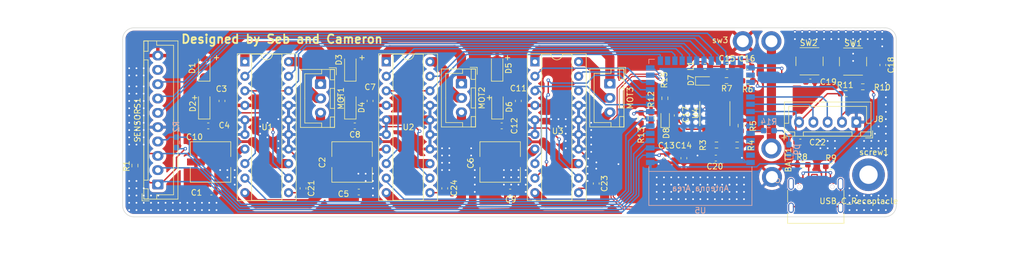
<source format=kicad_pcb>
(kicad_pcb (version 20211014) (generator pcbnew)
  (layers (0 "F.Cu" signal) (31 "B.Cu" signal) (34 "B.Paste" user) (35 "F.Paste" user) (36 "B.SilkS" user "B.Silkscreen") (37 "F.SilkS" user "F.Silkscreen") (38 "B.Mask" user) (39 "F.Mask" user) (44 "Edge.Cuts" user))
  (net 0 "")
  (net 1 "BAT")
  (net 2 "Net-(C3-Pad2)")
  (net 3 "Net-(C4-Pad1)")
  (net 4 "Net-(C7-Pad2)")
  (net 5 "Net-(C8-Pad1)")
  (net 6 "Net-(C11-Pad2)")
  (net 7 "Net-(C12-Pad1)")
  (net 8 "3v3")
  (net 9 "SCL")
  (net 10 "J2_1")
  (net 11 "J2_2")
  (net 12 "J2_3")
  (net 13 "Net-(C3-Pad1)")
  (net 14 "Net-(C7-Pad1)")
  (net 15 "Net-(C11-Pad1)")
  (net 16 "Jr_3")
  (net 17 "Jr_2")
  (net 18 "Jr_1")
  (net 19 "J6_3")
  (net 20 "J6_2")
  (net 21 "J6_1")
  (net 22 "CN2_2")
  (net 23 "CN2_3")
  (net 24 "CN2_1")
  (net 25 "RST")
  (net 26 "Net-(C19-Pad2)")
  (net 27 "Net-(C21-Pad2)")
  (net 28 "Net-(C23-Pad2)")
  (net 29 "Net-(C24-Pad2)")
  (net 31 "D+")
  (net 32 "D-")
  (net 35 "+12V")
  (net 36 "Net-(C17-Pad1)")
  (net 37 "Net-(C17-Pad2)")
  (net 38 "Net-(R3-Pad2)")
  (net 39 "AI1")
  (net 40 "AI2")
  (net 41 "GI1")
  (net 42 "IN1_1")
  (net 43 "EN1")
  (net 44 "IN1_3")
  (net 45 "IN1_2")
  (net 46 "EN2")
  (net 47 "In3_1")
  (net 48 "EN3")
  (net 49 "IN3_3")
  (net 50 "In3_2")
  (net 53 "js_db1")
  (net 58 "js_horiz")
  (net 60 "Net-(R5-Pad2)")
  (net 61 "Net-(R6-Pad2)")
  (net 62 "GND")
  (net 63 "Net-(J1-PadB5)")
  (net 64 "Net-(J1-PadA5)")
  (net 65 "SDA")
  (net 68 "js_vert")
  (net 71 "Net-(D8-Pad2)")
  (net 72 "Net-(D9-Pad2)")
  (net 73 "V_MON")
  (net 74 "LED")
  (footprint "LED_SMD:LED_0603_1608Metric_Pad1.05x0.95mm_HandSolder" (layer "F.Cu") (at 182.45 99.5 90)
    (fp_text reference "D8")
    (fp_text value "LED")
  )
  (footprint "Package_DIP:DIP-20_W7.62mm_Socket" (layer "F.Cu") (at 133.78 89.675)
    (fp_text reference "U2")
    (fp_text value "L6234")
  )
  (footprint "Connector_JST:JST_XH_B3B-XH-A_1x03_P2.50mm_Vertical" (layer "F.Cu") (at 146.9 93.5 -90)
    (fp_text reference "MOT2")
    (fp_text value "Conn_01x03_Female")
  )
  (footprint "Resistor_SMD:R_0603_1608Metric_Pad0.98x0.95mm_HandSolder" (layer "F.Cu") (at 216.95 94.05)
    (fp_text reference "R10")
    (fp_text value "10k")
  )
  (footprint "Capacitor_SMD:C_0603_1608Metric" (layer "F.Cu") (at 184.559211 99.052489 90)
    (fp_text reference "C17")
    (fp_text value ".1uF")
  )
  (footprint "Capacitor_SMD:C_0603_1608Metric" (layer "F.Cu") (at 153.9255 100.875)
    (fp_text reference "C12")
    (fp_text value ".22uF")
  )
  (footprint "Capacitor_SMD:C_0603_1608Metric" (layer "F.Cu") (at 155.4 112.425)
    (fp_text reference "C9")
    (fp_text value ".1uF")
  )
  (footprint "Connector_JST:JST_XH_B5B-XH-A_1x05_P2.50mm_Vertical" (layer "F.Cu") (at 215.82 100.22 180)
    (fp_text reference "J8")
    (fp_text value "Conn_01x05_Male")
  )
  (footprint "Capacitor_SMD:C_0603_1608Metric" (layer "F.Cu") (at 103.25 112.425)
    (fp_text reference "C1")
    (fp_text value ".1uF")
  )
  (footprint "Connector_JST:JST_XH_B10B-XH-A_1x10_P2.50mm_Vertical" (layer "F.Cu") (at 93.9 111.1 90)
    (fp_text reference "SENSORS1")
    (fp_text value "Conn_01x10_Male")
  )
  (footprint "footprints:PTS647SM38SMTR2LFS" (layer "F.Cu") (at 207.65 89.6 180)
    (fp_text reference "SW2")
    (fp_text value "PTS647SM38SMTR2LFS" hide)
  )
  (footprint "Diode_SMD:D_0603_1608Metric_Pad1.05x0.95mm_HandSolder" (layer "F.Cu") (at 189.4075 93.032075)
    (fp_text reference "D7")
    (fp_text value "D_Schottky")
  )
  (footprint "Diode_SMD:D_SOD-123" (layer "F.Cu") (at 127.5 97.425 90)
    (fp_text reference "D4")
    (fp_text value "1N4148")
  )
  (footprint "Library:kill_switch" (layer "F.Cu") (at 198.5 86.1 180)
    (fp_text reference "sw3")
    (fp_text value "sw3")
  )
  (footprint "Diode_SMD:D_SOD-123" (layer "F.Cu") (at 102 97.425 90)
    (fp_text reference "D2")
    (fp_text value "1N4148")
  )
  (footprint "Capacitor_SMD:C_0603_1608Metric" (layer "F.Cu") (at 207.78885 93.1985 180)
    (fp_text reference "C19")
    (fp_text value ".1uF")
  )
  (footprint "Capacitor_SMD:C_0603_1608Metric" (layer "F.Cu") (at 105.1 96.52 -90)
    (fp_text reference "C3")
    (fp_text value "10nF")
  )
  (footprint "footprints:PTS647SM38SMTR2LFS" (layer "F.Cu") (at 215.25 89.65)
    (fp_text reference "SW1")
    (fp_text value "PTS647SM38SMTR2LFS" hide)
  )
  (footprint "Capacitor_SMD:C_0603_1608Metric" (layer "F.Cu") (at 143.98 111.775 -90)
    (fp_text reference "C24")
    (fp_text value "1uF")
  )
  (footprint "Resistor_SMD:R_0603_1608Metric_Pad0.98x0.95mm_HandSolder" (layer "F.Cu") (at 206.45 107.645978)
    (fp_text reference "R8")
    (fp_text value "5.1k")
  )
  (footprint "Resistor_SMD:R_0603_1608Metric_Pad0.98x0.95mm_HandSolder" (layer "F.Cu") (at 213.995 95.25 180)
    (fp_text reference "R11")
    (fp_text value ".47k")
  )
  (footprint "cap:35TZV100M6.3X8" (layer "F.Cu") (at 153.65 107.175)
    (fp_text reference "C6")
    (fp_text value "100uF" hide)
  )
  (footprint "Capacitor_SMD:C_0603_1608Metric" (layer "F.Cu") (at 206.05 103.7)
    (fp_text reference "C22")
    (fp_text value "100nF")
  )
  (footprint "Resistor_SMD:R_0603_1608Metric_Pad0.98x0.95mm_HandSolder" (layer "F.Cu") (at 89.9 107.8 90)
    (fp_text reference "R1")
    (fp_text value "2k")
  )
  (footprint "Connector_JST:JST_XH_B3B-XH-A_1x03_P2.50mm_Vertical" (layer "F.Cu") (at 122.3 93.575 -90)
    (fp_text reference "MOT1")
    (fp_text value "Conn_01x03_Female")
  )
  (footprint "Diode_SMD:D_SOD-123" (layer "F.Cu") (at 127.5 90.82 90)
    (fp_text reference "D3")
    (fp_text value "1N4148")
  )
  (footprint "Capacitor_SMD:C_0603_1608Metric" (layer "F.Cu") (at 196.7875 90.49085 180)
    (fp_text reference "C16")
    (fp_text value ".1uF")
  )
  (footprint "Capacitor_SMD:C_0603_1608Metric" (layer "F.Cu") (at 220.45 90.25 -90)
    (fp_text reference "C18")
    (fp_text value ".1uF")
  )
  (footprint "Package_DIP:DIP-20_W7.62mm_Socket" (layer "F.Cu") (at 109.1 89.675)
    (fp_text reference "U1")
    (fp_text value "L6234")
  )
  (footprint "Capacitor_SMD:C_0603_1608Metric" (layer "F.Cu") (at 128.98 112.425)
    (fp_text reference "C5")
    (fp_text value ".1uF")
  )
  (footprint "cap:35TZV100M6.3X8" (layer "F.Cu") (at 127.8 107.175)
    (fp_text reference "C2")
    (fp_text value "100uF" hide)
  )
  (footprint "" (layer "F.Cu") (at 217.95 109.4)
    (fp_text reference "")
    (fp_text value "")
  )
  (footprint "Capacitor_SMD:C_0603_1608Metric" (layer "F.Cu") (at 130.95 96.52 -90)
    (fp_text reference "C7")
    (fp_text value "10nF")
  )
  (footprint "Resistor_SMD:R_0603_1608Metric_Pad0.98x0.95mm_HandSolder" (layer "F.Cu") (at 193.1625 92.975 180)
    (fp_text reference "R7")
    (fp_text value "10.2k")
  )
  (footprint "Resistor_SMD:R_0603_1608Metric_Pad0.98x0.95mm_HandSolder" (layer "F.Cu") (at 178.25 99.5 -90)
    (fp_text reference "R13")
    (fp_text value "37.4K")
  )
  (footprint "Capacitor_SMD:C_0603_1608Metric" (layer "F.Cu") (at 128.28 100.875)
    (fp_text reference "C8")
    (fp_text value ".22uF")
  )
  (footprint "Capacitor_SMD:C_0603_1608Metric" (layer "F.Cu") (at 182.75 106.55 -90)
    (fp_text reference "C13")
    (fp_text value "1uF")
  )
  (footprint "Library:kill_switch" (layer "F.Cu") (at 201.1 107.3 -90)
    (fp_text reference "BATT1")
    (fp_text value "Battery In")
  )
  (footprint "Inductor_SMD:L_0603_1608Metric_Pad1.05x0.95mm_HandSolder" (layer "F.Cu") (at 189.4175 90.487925)
    (fp_text reference "L1")
    (fp_text value "4.7uH")
  )
  (footprint "Diode_SMD:D_SOD-123" (layer "F.Cu") (at 102 90.82 90)
    (fp_text reference "D1")
    (fp_text value "1N4148")
  )
  (footprint "Capacitor_SMD:C_0603_1608Metric" (layer "F.Cu") (at 102.7 100.875)
    (fp_text reference "C4")
    (fp_text value ".22uF")
  )
  (footprint "Capacitor_SMD:C_0603_1608Metric" (layer "F.Cu") (at 193.26 90.515)
    (fp_text reference "C15")
    (fp_text value ".1uF")
  )
  (footprint "Resistor_SMD:R_0603_1608Metric_Pad0.98x0.95mm_HandSolder" (layer "F.Cu") (at 195.011711 104.212489)
    (fp_text reference "R4")
    (fp_text value "56k")
  )
  (footprint "Capacitor_SMD:C_0603_1608Metric" (layer "F.Cu") (at 185.72 106.51 -90)
    (fp_text reference "C14")
    (fp_text value ".1uF")
  )
  (footprint "Resistor_SMD:R_0603_1608Metric_Pad0.98x0.95mm_HandSolder" (layer "F.Cu") (at 196.8575 93.00085 180)
    (fp_text reference "R6")
    (fp_text value "31.6k")
  )
  (footprint "Capacitor_SMD:C_0603_1608Metric" (layer "F.Cu") (at 170.4255 110.9375 -90)
    (fp_text reference "C23")
    (fp_text value "1uF")
  )
  (footprint "Package_DIP:DIP-20_W7.62mm_Socket" (layer "F.Cu") (at 159.7255 89.675)
    (fp_text reference "U3")
    (fp_text value "L6234")
  )
  (footprint "Capacitor_SMD:C_0603_1608Metric" (layer "F.Cu") (at 191.3 106.5)
    (fp_text reference "C20")
    (fp_text value "10uF")
  )
  (footprint "Resistor_SMD:R_0603_1608Metric_Pad0.98x0.95mm_HandSolder" (layer "F.Cu") (at 180 99.5 -90)
    (fp_text reference "R12")
    (fp_text value "100K")
  )
  (footprint "adp2303:ADP2303ARDZ-3.3-R7" (layer "F.Cu") (at 191.129211 98.732489 90)
    (fp_text reference "U4")
    (fp_text value "ADP2303" hide)
  )
  (footprint "Resistor_SMD:R_0603_1608Metric_Pad0.98x0.95mm_HandSolder" (layer "F.Cu") (at 195.719211 100.832489 -90)
    (fp_text reference "R5")
    (fp_text value "100k")
  )
  (footprint "Capacitor_SMD:C_0603_1608Metric" (layer "F.Cu") (at 156.8255 96.52 -90)
    (fp_text reference "C11")
    (fp_text value "10nF")
  )
  (footprint "cap:35TZV100M6.3X8" (layer "F.Cu") (at 103.1 107.175)
    (fp_text reference "C10")
    (fp_text value "100uF" hide)
  )
  (footprint "Diode_SMD:D_SOD-123" (layer "F.Cu") (at 153.1255 90.82 90)
    (fp_text reference "D5")
    (fp_text value "1N4148")
  )
  (footprint "Resistor_SMD:R_0603_1608Metric_Pad0.98x0.95mm_HandSolder" (layer "F.Cu") (at 191.411711 104.212489)
    (fp_text reference "R3")
    (fp_text value "10.2k")
  )
  (footprint "usb:USB4105-GF-A" (layer "F.Cu") (at 208.750002 113.895988)
    (fp_text reference "J1" hide)
    (fp_text value "USB_C_Receptacle")
  )
  (footprint "Diode_SMD:D_SOD-123" (layer "F.Cu") (at 153.1755 97.425 90)
    (fp_text reference "D6")
    (fp_text value "1N4148")
  )
  (footprint "Connector_JST:JST_XH_B3B-XH-A_1x03_P2.50mm_Vertical" (layer "F.Cu") (at 172.8 93.5 -90)
    (fp_text reference "MOT3")
    (fp_text value "Conn_01x03_Female")
  )
  (footprint "Capacitor_SMD:C_0603_1608Metric" (layer "F.Cu") (at 119.25 111.775 -90)
    (fp_text reference "C21")
    (fp_text value "1uF")
  )
  (footprint "Resistor_SMD:R_0603_1608Metric_Pad0.98x0.95mm_HandSolder" (layer "F.Cu") (at 182.4 96.05 -90)
    (fp_text reference "R15")
    (fp_text value "22")
  )
  (footprint "Resistor_SMD:R_0603_1608Metric_Pad0.98x0.95mm_HandSolder" (layer "F.Cu") (at 211.4 107.945978 180)
    (fp_text reference "R9")
    (fp_text value "5.1")
  )
  (footprint "Espressif:ESP32-S2-SOLO" (layer "B.Cu") (at 188.6 99)
    (fp_text reference "U5")
    (fp_text value "ESP32-S2-SOLO")
  )
  (footprint "Resistor_SMD:R_0603_1608Metric_Pad0.98x0.95mm_HandSolder" (layer "B.Cu") (at 97.15 103.75 90)
    (fp_text reference "R2")
    (fp_text value "2k")
  )
  (footprint "LED_SMD:LED_0603_1608Metric_Pad1.05x0.95mm_HandSolder" (layer "B.Cu") (at 204.05 105 90)
    (fp_text reference "D9")
    (fp_text value "LED")
  )
  (footprint "Resistor_SMD:R_0603_1608Metric_Pad0.98x0.95mm_HandSolder" (layer "B.Cu") (at 200.55 101.7)
    (fp_text reference "R14")
    (fp_text value "68")
  )
  (gr_arc (start 87.75 85.75) (mid 88.335786 84.335786) (end 89.75 83.75) (layer "Edge.Cuts") (width 0.1))
  (gr_line (start 220.8 83.75) (end 89.75 83.75) (layer "Edge.Cuts") (width 0.1))
  (gr_arc (start 222.8 114.75) (mid 222.214214 116.164214) (end 220.8 116.75) (layer "Edge.Cuts") (width 0.1))
  (gr_line (start 89.75 116.75) (end 220.8 116.75) (layer "Edge.Cuts") (width 0.1))
  (gr_line (start 222.8 114.75) (end 222.8 85.75) (layer "Edge.Cuts") (width 0.1))
  (gr_arc (start 220.8 83.75) (mid 222.214214 84.335786) (end 222.8 85.75) (layer "Edge.Cuts") (width 0.1))
  (gr_arc (start 89.75 116.75) (mid 88.335786 116.164214) (end 87.75 114.75) (layer "Edge.Cuts") (width 0.1))
  (gr_line (start 87.75 85.75) (end 87.75 114.75) (layer "Edge.Cuts") (width 0.1))
  (gr_text "+\n" (at 129.54 88.9) (layer "F.SilkS") (effects (font (size 1 1))))
  (gr_text "Designed by Seb and Cameron" (at 115.57 85.725) (layer "F.SilkS") (effects (font (size 1.5 1.5) (thickness 0.3))))
  (gr_text "+\n" (at 203.2 102.87) (layer "F.SilkS") (effects (font (size 1 1))))
  (gr_text "+\n" (at 100.33 95.885) (layer "F.SilkS") (effects (font (size 1 1))))
  (gr_text "+\n" (at 151.765 95.885) (layer "F.SilkS") (effects (font (size 1 1))))
  (gr_text "screw1" (at 218.9 105.45) (layer "F.SilkS") (effects (font (size 1 1))))
  (gr_text "+\n" (at 125.73 95.885) (layer "F.SilkS") (effects (font (size 1 1))))
  (gr_text "+\n" (at 154.94 88.9) (layer "F.SilkS") (effects (font (size 1 1))))
  (gr_text "+\n" (at 104.14 88.9) (layer "F.SilkS") (effects (font (size 1 1))))
  (segment (start 213.07 114.970978) (end 213.07 110.790978) (width 0.25) (layer "F.Cu") (net 0))
  (segment (start 211.3 109.925978) (end 211 110.225978) (width 0.25) (layer "F.Cu") (net 0))
  (segment (start 206.5 109.2) (end 206.55 109.15) (width 0.25) (layer "F.Cu") (net 0))
  (segment (start 206.5 110.225978) (end 206.5 109.2) (width 0.25) (layer "F.Cu") (net 0))
  (segment (start 204.43 114.970978) (end 213.07 114.970978) (width 0.25) (layer "F.Cu") (net 0))
  (segment (start 211.3 109.05) (end 211.3 109.925978) (width 0.25) (layer "F.Cu") (net 0))
  (via (at 206.55 109.15) (size 0.6096) (drill 0.3048) (layers "F.Cu" "B.Cu") (net 0))
  (via (at 211.3 109.05) (size 0.6096) (drill 0.3048) (layers "F.Cu" "B.Cu") (net 0))
  (segment (start 211.3 109.05) (end 211.2 108.95) (width 0.25) (layer "B.Cu") (net 0))
  (segment (start 211.2 108.95) (end 206.75 108.95) (width 0.25) (layer "B.Cu") (net 0))
  (segment (start 206.75 108.95) (end 206.55 109.15) (width 0.25) (layer "B.Cu") (net 0))
  (segment (start 190.525 104.238278) (end 190.499211 104.212489) (width 0.25) (layer "F.Cu") (net 1))
  (segment (start 195.4392 100.2) (end 195.719211 99.919989) (width 0.25) (layer "F.Cu") (net 1))
  (segment (start 159.7255 104.915) (end 159.218783 105.421717) (width 1.6) (layer "F.Cu") (net 1))
  (segment (start 195.4392 100.2) (end 191.2 100.2) (width 0.25) (layer "F.Cu") (net 1))
  (segment (start 191.2 100.2) (end 190.494211 100.905789) (width 0.25) (layer "F.Cu") (net 1))
  (segment (start 190.499211 104.212489) (end 190.494211 104.207489) (width 0.25) (layer "F.Cu") (net 1))
  (segment (start 190.494211 100.905789) (end 190.494211 101.456639) (width 0.25) (layer "F.Cu") (net 1))
  (segment (start 190.525 106.5) (end 190.525 104.238278) (width 0.25) (layer "F.Cu") (net 1))
  (segment (start 190.494211 104.207489) (end 190.494211 101.456639) (width 0.25) (layer "F.Cu") (net 1))
  (segment (start 108.535 104.915) (end 107.9 105.55) (width 1) (layer "F.Cu") (net 1))
  (segment (start 109.1 104.915) (end 108.535 104.915) (width 1) (layer "F.Cu") (net 1))
  (segment (start 114 99.7) (end 114 102) (width 0.25) (layer "F.Cu") (net 2))
  (segment (start 106.2747 98.6) (end 112.9 98.6) (width 0.25) (layer "F.Cu") (net 2))
  (segment (start 105.1 97.295) (end 105.1 97.4253) (width 0.25) (layer "F.Cu") (net 2))
  (segment (start 112.9 98.6) (end 114 99.7) (width 0.25) (layer "F.Cu") (net 2))
  (segment (start 105.1 97.4253) (end 106.2747 98.6) (width 0.25) (layer "F.Cu") (net 2))
  (via (at 114 102) (size 0.6096) (drill 0.3048) (layers "F.Cu" "B.Cu") (net 2))
  (segment (start 114 107.275) (end 116.72 109.995) (width 0.25) (layer "B.Cu") (net 2))
  (segment (start 114 102) (end 114 107.275) (width 0.25) (layer "B.Cu") (net 2))
  (segment (start 102 100.8) (end 101.925 100.875) (width 1.6) (layer "F.Cu") (net 3))
  (segment (start 114.455 107.455) (end 116.72 107.455) (width 1.6) (layer "F.Cu") (net 3))
  (segment (start 110.4 103.65) (end 110.65 103.65) (width 1.6) (layer "F.Cu") (net 3))
  (segment (start 103.993268 103.6) (end 102 101.606732) (width 1.6) (layer "F.Cu") (net 3))
  (segment (start 102 99.075) (end 102 100.8) (width 1.6) (layer "F.Cu") (net 3))
  (segment (start 107.6 103.6) (end 103.993268 103.6) (width 1.6) (layer "F.Cu") (net 3))
  (segment (start 102 101.606732) (end 102 100.8) (width 1.6) (layer "F.Cu") (net 3))
  (segment (start 101.925 100.875) (end 101.925 101.075) (width 0.25) (layer "F.Cu") (net 3))
  (segment (start 110.4 103.65) (end 110.374511 103.624511) (width 0.5) (layer "F.Cu") (net 3))
  (segment (start 110.65 103.65) (end 114.455 107.455) (width 1.6) (layer "F.Cu") (net 3))
  (segment (start 110.374511 103.624511) (end 107.624511 103.624511) (width 0.5) (layer "F.Cu") (net 3))
  (segment (start 139.6 101.8) (end 138.8 101) (width 0.25) (layer "F.Cu") (net 4))
  (segment (start 131.45 101) (end 130.95 100.5) (width 0.25) (layer "F.Cu") (net 4))
  (segment (start 130.95 100.5) (end 130.95 97.295) (width 0.25) (layer "F.Cu") (net 4))
  (segment (start 138.8 101) (end 131.45 101) (width 0.25) (layer "F.Cu") (net 4))
  (via (at 139.6 101.8) (size 0.6096) (drill 0.3048) (layers "F.Cu" "B.Cu") (net 4))
  (segment (start 139.3 102.1) (end 139.3 107.895) (width 0.25) (layer "B.Cu") (net 4))
  (segment (start 139.6 101.8) (end 139.3 102.1) (width 0.25) (layer "B.Cu") (net 4))
  (segment (start 139.3 107.895) (end 141.4 109.995) (width 0.25) (layer "B.Cu") (net 4))
  (segment (start 127.5 99.075) (end 127.5 100.87) (width 1.6) (layer "F.Cu") (net 5))
  (segment (start 139.155 107.455) (end 141.4 107.455) (width 1.6) (layer "F.Cu") (net 5))
  (segment (start 129.523268 103.55) (end 127.505 101.531732) (width 1.6) (layer "F.Cu") (net 5))
  (segment (start 127.5 100.87) (end 127.505 100.875) (width 1.6) (layer "F.Cu") (net 5))
  (segment (start 135.35 103.65) (end 139.155 107.455) (width 1.6) (layer "F.Cu") (net 5))
  (segment (start 135.2 103.65) (end 135.35 103.65) (width 1.6) (layer "F.Cu") (net 5))
  (segment (start 127.505 101.531732) (end 127.505 100.875) (width 1.6) (layer "F.Cu") (net 5))
  (segment (start 135.174511 103.624511) (end 132.324511 103.624511) (width 0.5) (layer "F.Cu") (net 5))
  (segment (start 135.2 103.65) (end 135.174511 103.624511) (width 0.5) (layer "F.Cu") (net 5))
  (segment (start 132.25 103.55) (end 129.523268 103.55) (width 1.6) (layer "F.Cu") (net 5))
  (segment (start 132.324511 103.624511) (end 132.25 103.55) (width 0.5) (layer "F.Cu") (net 5))
  (segment (start 156.8255 100.475478) (end 156.8255 97.295) (width 0.25) (layer "F.Cu") (net 6))
  (segment (start 163.95 103.2) (end 162.000489 101.250489) (width 0.25) (layer "F.Cu") (net 6))
  (segment (start 157.600511 101.250489) (end 156.8255 100.475478) (width 0.25) (layer "F.Cu") (net 6))
  (segment (start 162.000489 101.250489) (end 157.600511 101.250489) (width 0.25) (layer "F.Cu") (net 6))
  (via (at 163.95 103.2) (size 0.6096) (drill 0.3048) (layers "F.Cu" "B.Cu") (net 6))
  (segment (start 163.95 106.6) (end 167.345 109.995) (width 0.25) (layer "B.Cu") (net 6))
  (segment (start 163.95 103.2) (end 163.95 106.6) (width 0.25) (layer "B.Cu") (net 6))
  (segment (start 167.345 109.995) (end 167.3455 109.995) (width 0.25) (layer "B.Cu") (net 6))
  (segment (start 153.1505 99.1) (end 153.1755 99.075) (width 1.6) (layer "F.Cu") (net 7))
  (segment (start 153.1505 100.875) (end 153.1505 99.1) (width 1.6) (layer "F.Cu") (net 7))
  (segment (start 153.1505 100.875) (end 153.1505 103.2005) (width 1.6) (layer "F.Cu") (net 7))
  (segment (start 158.471095 103.665489) (end 160.884511 103.665489) (width 0.5) (layer "F.Cu") (net 7))
  (segment (start 153.1505 103.2005) (end 153.572197 103.622197) (width 1.6) (layer "F.Cu") (net 7))
  (segment (start 164.905 107.455) (end 161.15 103.7) (width 1.6) (layer "F.Cu") (net 7))
  (segment (start 153.572197 103.622197) (end 158.427803 103.622197) (width 1.6) (layer "F.Cu") (net 7))
  (segment (start 158.427803 103.622197) (end 158.471095 103.665489) (width 0.5) (layer "F.Cu") (net 7))
  (segment (start 167.3455 107.455) (end 164.905 107.455) (width 1.6) (layer "F.Cu") (net 7))
  (segment (start 197.77 90.69835) (end 197.5625 90.49085) (width 0.25) (layer "F.Cu") (net 8))
  (segment (start 188.022204 89.688405) (end 189.49298 89.688405) (width 0.25) (layer "F.Cu") (net 8))
  (segment (start 193.73915 89.26085) (end 196.5975 89.26085) (width 0.25) (layer "F.Cu") (net 8))
  (segment (start 197.77 93.00085) (end 198.354898 93.00085) (width 0.25) (layer "F.Cu") (net 8))
  (segment (start 185.72 105.735) (end 182.79 105.735) (width 0.25) (layer "F.Cu") (net 8))
  (segment (start 197.77 93.00085) (end 197.77 90.69835) (width 0.25) (layer "F.Cu") (net 8))
  (segment (start 183.7 94.010609) (end 188.022204 89.688405) (width 0.25) (layer "F.Cu") (net 8))
  (segment (start 183.7 94.55) (end 183.7 94.010609) (width 0.25) (layer "F.Cu") (net 8))
  (segment (start 214.875 95.2125) (end 216.0375 94.05) (width 0.25) (layer "F.Cu") (net 8))
  (segment (start 92.5875 110.8) (end 94.775 110.8) (width 0.25) (layer "F.Cu") (net 8))
  (segment (start 213.25 100.5) (end 213.25 99.075) (width 0.25) (layer "F.Cu") (net 8))
  (segment (start 97.15 106.4) (end 98.7 104.85) (width 0.25) (layer "F.Cu") (net 8))
  (segment (start 182.4 95.1375) (end 183.1125 95.1375) (width 0.25) (layer "F.Cu") (net 8))
  (segment (start 183.7 103.715) (end 183.7 94.55) (width 0.25) (layer "F.Cu") (net 8))
  (segment (start 89.9 108.7125) (end 90.5 108.7125) (width 0.25) (layer "F.Cu") (net 8))
  (segment (start 181.625 105.775) (end 181.4 106) (width 0.25) (layer "F.Cu") (net 8))
  (segment (start 198.577024 93.90361) (end 198.577024 93.222976) (width 0.25) (layer "F.Cu") (net 8))
  (segment (start 214.875 97.45) (end 214.875 95.2125) (width 0.25) (layer "F.Cu") (net 8))
  (segment (start 97.15 108.275) (end 97.15 106.4) (width 0.25) (layer "F.Cu") (net 8))
  (segment (start 196.5975 89.26085) (end 197.5625 90.22585) (width 0.25) (layer "F.Cu") (net 8))
  (segment (start 185.72 105.735) (end 183.7 103.715) (width 0.25) (layer "F.Cu") (net 8))
  (segment (start 192.485 90.515) (end 193.73915 89.26085) (width 0.25) (layer "F.Cu") (net 8))
  (segment (start 97.15 108.275) (end 94.725 110.7) (width 0.25) (layer "F.Cu") (net 8))
  (segment (start 90.5 108.7125) (end 92.5875 110.8) (width 0.25) (layer "F.Cu") (net 8))
  (segment (start 189.49298 89.688405) (end 190.2925 90.487925) (width 0.25) (layer "F.Cu") (net 8))
  (segment (start 213.25 99.075) (end 214.875 97.45) (width 0.25) (layer "F.Cu") (net 8))
  (segment (start 183.1125 95.1375) (end 183.7 94.55) (width 0.25) (layer "F.Cu") (net 8))
  (segment (start 190.2925 90.487925) (end 192.457925 90.487925) (width 0.25) (layer "F.Cu") (net 8))
  (segment (start 182.75 105.775) (end 181.625 105.775) (width 0.25) (layer "F.Cu") (net 8))
  (segment (start 198.354898 93.00085) (end 198.577024 93.222976) (width 0.25) (layer "F.Cu") (net 8))
  (via (at 198.577024 93.90361) (size 0.6096) (drill 0.3048) (layers "F.Cu" "B.Cu") (net 8))
  (via (at 98.7 104.85) (size 0.6096) (drill 0.3048) (layers "F.Cu" "B.Cu") (net 8))
  (via (at 181.4 106) (size 0.6096) (drill 0.3048) (layers "F.Cu" "B.Cu") (net 8))
  (segment (start 102.592847 110.6) (end 107.899958 115.907111) (width 0.25) (layer "B.Cu") (net 8))
  (segment (start 102.592847 110.6) (end 94.2 110.6) (width 0.25) (layer "B.Cu") (net 8))
  (segment (start 107.899958 115.907111) (end 174.971477 115.907111) (width 0.25) (layer "B.Cu") (net 8))
  (segment (start 181.4 106) (end 179.86 106) (width 0.25) (layer "B.Cu") (net 8))
  (segment (start 198.577024 93.90361) (end 198.723414 94.05) (width 0.25) (layer "B.Cu") (net 8))
  (segment (start 213.25 100.5) (end 213.25 95.6) (width 0.25) (layer "B.Cu") (net 8))
  (segment (start 177.849999 113.028589) (end 177.85 106.7) (width 0.25) (layer "B.Cu") (net 8))
  (segment (start 198.723414 94.05) (end 211.7 94.05) (width 0.25) (layer "B.Cu") (net 8))
  (segment (start 97.3375 104.85) (end 97.15 104.6625) (width 0.25) (layer "B.Cu") (net 8))
  (segment (start 177.85 106.7) (end 178.56 105.99) (width 0.25) (layer "B.Cu") (net 8))
  (segment (start 179.86 106) (end 179.85 105.99) (width 0.25) (layer "B.Cu") (net 8))
  (segment (start 174.971477 115.907111) (end 177.849999 113.028589) (width 0.25) (layer "B.Cu") (net 8))
  (segment (start 213.25 95.6) (end 211.7 94.05) (width 0.25) (layer "B.Cu") (net 8))
  (segment (start 98.7 104.85) (end 97.3375 104.85) (width 0.25) (layer "B.Cu") (net 8))
  (segment (start 178.56 105.99) (end 179.85 105.99) (width 0.25) (layer "B.Cu") (net 8))
  (segment (start 91.0875 105.7) (end 89.9 106.8875) (width 0.25) (layer "F.Cu") (net 9))
  (segment (start 94.1 105.7) (end 91.0875 105.7) (width 0.25) (layer "F.Cu") (net 9))
  (segment (start 174.599081 115.008071) (end 108.272353 115.008071) (width 0.25) (layer "B.Cu") (net 9))
  (segment (start 176.95096 105.770018) (end 176.950959 112.656194) (width 0.25) (layer "B.Cu") (net 9))
  (segment (start 176.950959 112.656194) (end 174.599081 115.008071) (width 0.25) (layer "B.Cu") (net 9))
  (segment (start 99.064282 105.8) (end 99.05 105.8) (width 0.25) (layer "B.Cu") (net 9))
  (segment (start 108.272353 115.008071) (end 99.064282 105.8) (width 0.25) (layer "B.Cu") (net 9))
  (segment (start 179.85 103.45) (end 179.270978 103.45) (width 0.25) (layer "B.Cu") (net 9))
  (segment (start 98.95 105.7) (end 94.1 105.7) (width 0.25) (layer "B.Cu") (net 9))
  (segment (start 99.05 105.8) (end 98.95 105.7) (width 0.25) (layer "B.Cu") (net 9))
  (segment (start 179.270978 103.45) (end 176.95096 105.770018) (width 0.25) (layer "B.Cu") (net 9))
  (segment (start 121.2 86.9) (end 109.7 86.9) (width 1.6) (layer "F.Cu") (net 10))
  (segment (start 122.3 88) (end 121.2 86.9) (width 1.6) (layer "F.Cu") (net 10))
  (segment (start 109.7 86.9) (end 109.1 87.5) (width 1.6) (layer "F.Cu") (net 10))
  (segment (start 109.1 87.5) (end 109.1 89.675) (width 1.6) (layer "F.Cu") (net 10))
  (segment (start 122.3 93.575) (end 122.3 88) (width 1.6) (layer "F.Cu") (net 10))
  (segment (start 122.3 112.6) (end 122.3 98.575) (width 1.6) (layer "F.Cu") (net 11))
  (segment (start 109.1 112.535) (end 111.015 114.45) (width 1.6) (layer "F.Cu") (net 11))
  (segment (start 120.45 114.45) (end 122.3 112.6) (width 1.6) (layer "F.Cu") (net 11))
  (segment (start 111.015 114.45) (end 120.45 114.45) (width 1.6) (layer "F.Cu") (net 11))
  (segment (start 119.9 91) (end 118.575 89.675) (width 1.6) (layer "F.Cu") (net 12))
  (segment (start 121.707912 96.075) (end 119.9 94.267088) (width 1.6) (layer "F.Cu") (net 12))
  (segment (start 118.575 89.675) (end 116.72 89.675) (width 1.6) (layer "F.Cu") (net 12))
  (segment (start 122.3 96.075) (end 121.707912 96.075) (width 1.6) (layer "F.Cu") (net 12))
  (segment (start 119.9 94.267088) (end 119.9 91) (width 1.6) (layer "F.Cu") (net 12))
  (segment (start 102 95.775) (end 105.07 95.775) (width 1.6) (layer "F.Cu") (net 13))
  (segment (start 105.07 95.775) (end 105.1 95.745) (width 1.6) (layer "F.Cu") (net 13))
  (segment (start 102 92.47) (end 102 95.775) (width 1.6) (layer "F.Cu") (net 13))
  (segment (start 129.325 95.775) (end 129.35 95.75) (width 1.6) (layer "F.Cu") (net 14))
  (segment (start 130.662138 95.745) (end 130.95 95.745) (width 0.25) (layer "F.Cu") (net 14))
  (segment (start 127.5 95.775) (end 129.325 95.775) (width 1.6) (layer "F.Cu") (net 14))
  (segment (start 129.35 95.75) (end 130.657138 95.75) (width 0.25) (layer "F.Cu") (net 14))
  (segment (start 130.657138 95.75) (end 130.662138 95.745) (width 0.25) (layer "F.Cu") (net 14))
  (segment (start 127.5 92.47) (end 127.5 95.775) (width 1.6) (layer "F.Cu") (net 14))
  (segment (start 153.1755 92.52) (end 153.1255 92.47) (width 1.6) (layer "F.Cu") (net 15))
  (segment (start 156.7955 95.775) (end 156.8255 95.745) (width 1.6) (layer "F.Cu") (net 15))
  (segment (start 153.1755 95.775) (end 153.1755 92.52) (width 1.6) (layer "F.Cu") (net 15))
  (segment (start 153.1755 95.775) (end 156.7955 95.775) (width 1.6) (layer "F.Cu") (net 15))
  (segment (start 143.9 93.6) (end 146.3 96) (width 1.6) (layer "F.Cu") (net 16))
  (segment (start 141.4 89.675) (end 142.375 89.675) (width 1.6) (layer "F.Cu") (net 16))
  (segment (start 143.9 91.2) (end 143.9 93.6) (width 1.6) (layer "F.Cu") (net 16))
  (segment (start 146.3 96) (end 146.9 96) (width 1.6) (layer "F.Cu") (net 16))
  (segment (start 142.375 89.675) (end 143.9 91.2) (width 1.6) (layer "F.Cu") (net 16))
  (segment (start 146.9 113.6) (end 146.9 98.5) (width 1.6) (layer "F.Cu") (net 17))
  (segment (start 133.78 112.535) (end 135.745 114.5) (width 1.6) (layer "F.Cu") (net 17))
  (segment (start 135.745 114.5) (end 146 114.5) (width 1.6) (layer "F.Cu") (net 17))
  (segment (start 146 114.5) (end 146.9 113.6) (width 1.6) (layer "F.Cu") (net 17))
  (segment (start 133.78 88.22) (end 133.78 89.675) (width 1.6) (layer "F.Cu") (net 18))
  (segment (start 146.9 93.5) (end 146.9 88.8) (width 1.6) (layer "F.Cu") (net 18))
  (segment (start 146.9 88.8) (end 145.7 87.6) (width 1.6) (layer "F.Cu") (net 18))
  (segment (start 134.4 87.6) (end 133.78 88.22) (width 1.6) (layer "F.Cu") (net 18))
  (segment (start 145.7 87.6) (end 134.4 87.6) (width 1.6) (layer "F.Cu") (net 18))
  (segment (start 172.8 96) (end 172.207989 95.407989) (width 0.25) (layer "F.Cu") (net 19))
  (segment (start 171.8 96) (end 172.8 96) (width 1.6) (layer "F.Cu") (net 19))
  (segment (start 168.775 89.675) (end 170.3 91.2) (width 1.6) (layer "F.Cu") (net 19))
  (segment (start 170.3 91.2) (end 170.3 94.5) (width 1.6) (layer "F.Cu") (net 19))
  (segment (start 170.3 94.5) (end 171.8 96) (width 1.6) (layer "F.Cu") (net 19))
  (segment (start 167.3455 89.675) (end 168.775 89.675) (width 1.6) (layer "F.Cu") (net 19))
  (segment (start 161.525011 114.334511) (end 171.465489 114.334511) (width 1.6) (layer "F.Cu") (net 20))
  (segment (start 171.90002 113.89998) (end 171.90002 99.39998) (width 1.6) (layer "F.Cu") (net 20))
  (segment (start 171.90002 99.39998) (end 172.8 98.5) (width 1.6) (layer "F.Cu") (net 20))
  (segment (start 171.465489 114.334511) (end 171.90002 113.89998) (width 1.6) (layer "F.Cu") (net 20))
  (segment (start 159.7255 112.535) (end 161.525011 114.334511) (width 1.6) (layer "F.Cu") (net 20))
  (segment (start 160.5 87.6) (end 159.7255 88.3745) (width 1.6) (layer "F.Cu") (net 21))
  (segment (start 172.8 88.9) (end 171.5 87.6) (width 1.6) (layer "F.Cu") (net 21))
  (segment (start 172.8 93.5) (end 172.8 88.9) (width 1.6) (layer "F.Cu") (net 21))
  (segment (start 171.5 87.6) (end 160.5 87.6) (width 1.6) (layer "F.Cu") (net 21))
  (segment (start 159.7255 88.3745) (end 159.7255 89.675) (width 1.6) (layer "F.Cu") (net 21))
  (segment (start 184.155 88.5) (end 183.60548 87.95048) (width 0.25) (layer "B.Cu") (net 22))
  (segment (start 147.24952 87.95048) (end 142.985 92.215) (width 0.25) (layer "B.Cu") (net 22))
  (segment (start 183.60548 87.95048) (end 147.24952 87.95048) (width 0.25) (layer "B.Cu") (net 22))
  (segment (start 142.985 92.215) (end 141.4 92.215) (width 0.25) (layer "B.Cu") (net 22))
  (segment (start 184.155 89.5) (end 184.155 88.5) (width 0.25) (layer "B.Cu") (net 22))
  (segment (start 133.78 110.58) (end 133.78 109.995) (width 0.25) (layer "B.Cu") (net 23))
  (segment (start 174.040489 113.659511) (end 136.859511 113.659511) (width 0.25) (layer "B.Cu") (net 23))
  (segment (start 136.859511 113.659511) (end 133.78 110.58) (width 0.25) (layer "B.Cu") (net 23))
  (segment (start 178.46 99.64) (end 175.6024 102.4976) (width 0.25) (layer "B.Cu") (net 23))
  (segment (start 179.85 99.64) (end 178.46 99.64) (width 0.25) (layer "B.Cu") (net 23))
  (segment (start 175.6024 112.0976) (end 174.040489 113.659511) (width 0.25) (layer "B.Cu") (net 23))
  (segment (start 175.6024 102.4976) (end 175.6024 112.0976) (width 0.25) (layer "B.Cu") (net 23))
  (segment (start 138.595 87.4) (end 133.78 92.215) (width 0.25) (layer "B.Cu") (net 24))
  (segment (start 185.425 88.5) (end 184.325 87.4) (width 0.25) (layer "B.Cu") (net 24))
  (segment (start 185.425 89.5) (end 185.425 88.5) (width 0.25) (layer "B.Cu") (net 24))
  (segment (start 184.325 87.4) (end 138.595 87.4) (width 0.25) (layer "B.Cu") (net 24))
  (segment (start 215.062499 91.249999) (end 217.8625 94.05) (width 0.25) (layer "F.Cu") (net 25))
  (segment (start 218.85 95.0375) (end 217.8625 94.05) (width 0.25) (layer "F.Cu") (net 25))
  (segment (start 212.624999 91.249999) (end 215.062499 91.249999) (width 0.25) (layer "F.Cu") (net 25))
  (segment (start 217.8625 94.05) (end 217.8625 93.6125) (width 0.25) (layer "F.Cu") (net 25))
  (segment (start 218.85 95.45) (end 218.85 95.0375) (width 0.25) (layer "F.Cu") (net 25))
  (segment (start 217.8625 93.6125) (end 220.45 91.025) (width 0.25) (layer "F.Cu") (net 25))
  (via (at 218.85 95.45) (size 0.6096) (drill 0.3048) (layers "F.Cu" "B.Cu") (net 25))
  (segment (start 177.400479 112.842392) (end 174.785279 115.457591) (width 0.25) (layer "B.Cu") (net 25))
  (segment (start 100.828564 108.2) (end 94.1 108.2) (width 0.25) (layer "B.Cu") (net 25))
  (segment (start 179.13 104.72) (end 177.40048 106.44952) (width 0.25) (layer "B.Cu") (net 25))
  (segment (start 218.85 95.45) (end 218.85 99.7) (width 0.25) (layer "B.Cu") (net 25))
  (segment (start 177.40048 106.44952) (end 177.400479 112.842392) (width 0.25) (layer "B.Cu") (net 25))
  (segment (start 218.85 99.7) (end 211.05 107.5) (width 0.25) (layer "B.Cu") (net 25))
  (segment (start 181.52 104.72) (end 179.85 104.72) (width 0.25) (layer "B.Cu") (net 25))
  (segment (start 174.785279 115.457591) (end 108.086155 115.457591) (width 0.25) (layer "B.Cu") (net 25))
  (segment (start 184.834511 108.034511) (end 181.52 104.72) (width 0.25) (layer "B.Cu") (net 25))
  (segment (start 108.086155 115.457591) (end 100.828564 108.2) (width 0.25) (layer "B.Cu") (net 25))
  (segment (start 198.959022 107.5) (end 198.424511 108.034511) (width 0.25) (layer "B.Cu") (net 25))
  (segment (start 211.05 107.5) (end 198.959022 107.5) (width 0.25) (layer "B.Cu") (net 25))
  (segment (start 179.85 104.72) (end 179.13 104.72) (width 0.25) (layer "B.Cu") (net 25))
  (segment (start 198.424511 108.034511) (end 184.834511 108.034511) (width 0.25) (layer "B.Cu") (net 25))
  (segment (start 210.275001 88.000001) (end 207.999999 88.000001) (width 0.25) (layer "F.Cu") (net 26))
  (segment (start 202.8 90.85) (end 202.8 91.75) (width 0.25) (layer "F.Cu") (net 26))
  (segment (start 202.8 91.75) (end 204.2485 93.1985) (width 0.25) (layer "F.Cu") (net 26))
  (segment (start 204.2485 93.1985) (end 207.01385 93.1985) (width 0.25) (layer "F.Cu") (net 26))
  (segment (start 207.01385 88.98615) (end 207.01385 93.1985) (width 0.25) (layer "F.Cu") (net 26))
  (segment (start 207.999999 88.000001) (end 207.01385 88.98615) (width 0.25) (layer "F.Cu") (net 26))
  (via (at 202.8 90.85) (size 0.6096) (drill 0.3048) (layers "F.Cu" "B.Cu") (net 26))
  (segment (start 202.8 90.85) (end 202.7 90.75) (width 0.25) (layer "B.Cu") (net 26))
  (segment (start 202.7 90.75) (end 197.35 90.75) (width 0.25) (layer "B.Cu") (net 26))
  (segment (start 119.235 112.535) (end 119.25 112.55) (width 0.25) (layer "F.Cu") (net 27))
  (segment (start 116.72 112.535) (end 119.235 112.535) (width 0.25) (layer "F.Cu") (net 27))
  (segment (start 170.3655 111.7725) (end 170.4255 111.7125) (width 0.25) (layer "F.Cu") (net 28))
  (segment (start 167.3455 111.7725) (end 170.3655 111.7725) (width 0.25) (layer "F.Cu") (net 28))
  (segment (start 141.4 112.535) (end 143.965 112.535) (width 0.25) (layer "F.Cu") (net 29))
  (segment (start 143.965 112.535) (end 143.98 112.55) (width 0.25) (layer "F.Cu") (net 29))
  (segment (start 208.5 111.05) (end 208.6 111.15) (width 0.2) (layer "F.Cu") (net 31))
  (segment (start 176.5 91.85) (end 174.07452 94.27548) (width 0.2) (layer "F.Cu") (net 31))
  (segment (start 208.5 110.225978) (end 208.5 111.05) (width 0.2) (layer "F.Cu") (net 31))
  (segment (start 209.5 111.05) (end 209.5 110.225978) (width 0.2) (layer "F.Cu") (net 31))
  (segment (start 174.07452 94.27548) (end 174.07452 98.976146) (width 0.2) (layer "F.Cu") (net 31))
  (segment (start 202.515006 113.6) (end 206.15 113.6) (width 0.2) (layer "F.Cu") (net 31))
  (segment (start 172.99954 113.39954) (end 174.999519 115.399519) (width 0.2) (layer "F.Cu") (net 31))
  (segment (start 200.715487 115.399519) (end 202.515006 113.6) (width 0.2) (layer "F.Cu") (net 31))
  (segment (start 181.48461 91.85) (end 176.5 91.85) (width 0.2) (layer "F.Cu") (net 31))
  (segment (start 174.999519 115.399519) (end 200.715487 115.399519) (width 0.2) (layer "F.Cu") (net 31))
  (segment (start 172.99954 100.051126) (end 172.99954 113.39954) (width 0.2) (layer "F.Cu") (net 31))
  (segment (start 181.542305 91.907695) (end 181.48461 91.85) (width 0.2) (layer "F.Cu") (net 31))
  (segment (start 209.204022 111.345978) (end 209.5 111.05) (width 0.2) (layer "F.Cu") (net 31))
  (segment (start 206.15 113.6) (end 208.6 111.15) (width 0.2) (layer "F.Cu") (net 31))
  (segment (start 208.795978 111.345978) (end 209.204022 111.345978) (width 0.2) (layer "F.Cu") (net 31))
  (segment (start 208.6 111.15) (end 208.795978 111.345978) (width 0.2) (layer "F.Cu") (net 31))
  (segment (start 174.07452 98.976146) (end 172.99954 100.051126) (width 0.2) (layer "F.Cu") (net 31))
  (via (at 181.542305 91.907695) (size 0.6096) (drill 0.3048) (layers "F.Cu" "B.Cu") (net 31))
  (segment (start 180.38461 90.75) (end 179.85 90.75) (width 0.2) (layer "B.Cu") (net 31))
  (segment (start 181.542305 91.907695) (end 180.38461 90.75) (width 0.2) (layer "B.Cu") (net 31))
  (segment (start 176.665486 92.24952) (end 174.47404 94.440966) (width 0.2) (layer "F.Cu") (net 32))
  (segment (start 208.1 109.35) (end 208.948044 109.35) (width 0.2) (layer "F.Cu") (net 32))
  (segment (start 174.474039 99.141633) (end 173.39906 100.216612) (width 0.2) (layer "F.Cu") (net 32))
  (segment (start 209 109.401956) (end 209 110.225978) (width 0.2) (layer "F.Cu") (net 32))
  (segment (start 207.999999 110.410178) (end 207.999999 109.450001) (width 0.2) (layer "F.Cu") (net 32))
  (segment (start 206.05 113) (end 208 111.05) (width 0.2) (layer "F.Cu") (net 32))
  (segment (start 202.55 113) (end 206.05 113) (width 0.2) (layer "F.Cu") (net 32))
  (segment (start 207.999999 109.450001) (end 208.1 109.35) (width 0.2) (layer "F.Cu") (net 32))
  (segment (start 181.164003 92.714003) (end 180.69952 92.24952) (width 0.2) (layer "F.Cu") (net 32))
  (segment (start 180.69952 92.24952) (end 176.665486 92.24952) (width 0.2) (layer "F.Cu") (net 32))
  (segment (start 173.39906 100.216612) (end 173.39906 113.234054) (width 0.2) (layer "F.Cu") (net 32))
  (segment (start 175.165006 115) (end 200.55 115) (width 0.2) (layer "F.Cu") (net 32))
  (segment (start 174.47404 94.440966) (end 174.474039 99.141633) (width 0.2) (layer "F.Cu") (net 32))
  (segment (start 173.39906 113.234054) (end 175.165006 115) (width 0.2) (layer "F.Cu") (net 32))
  (segment (start 208.948044 109.35) (end 209 109.401956) (width 0.2) (layer "F.Cu") (net 32))
  (segment (start 200.55 115) (end 202.55 113) (width 0.2) (layer "F.Cu") (net 32))
  (segment (start 181.609501 92.714003) (end 181.164003 92.714003) (width 0.2) (layer "F.Cu") (net 32))
  (segment (start 208 111.05) (end 208 110.225978) (width 0.2) (layer "F.Cu") (net 32))
  (via (at 181.609501 92.714003) (size 0.6096) (drill 0.3048) (layers "F.Cu" "B.Cu") (net 32))
  (segment (start 180.8 92.02) (end 179.85 92.02) (width 0.2) (layer "B.Cu") (net 32))
  (segment (start 181.609501 92.714003) (end 181.494003 92.714003) (width 0.2) (layer "B.Cu") (net 32))
  (segment (start 181.494003 92.714003) (end 180.8 92.02) (width 0.2) (layer "B.Cu") (net 32))
  (segment (start 201 104.8) (end 201 86.1) (width 1.6) (layer "F.Cu") (net 35))
  (segment (start 186.188361 101.456639) (end 189.224211 101.456639) (width 0.25) (layer "F.Cu") (net 36))
  (segment (start 184.559211 99.827489) (end 186.188361 101.456639) (width 0.25) (layer "F.Cu") (net 36))
  (segment (start 188.55 93.049575) (end 188.5325 93.032075) (width 0.25) (layer "F.Cu") (net 37))
  (segment (start 188.55 95.334128) (end 188.55 93.049575) (width 0.25) (layer "F.Cu") (net 37))
  (segment (start 188.5425 90.487925) (end 188.5425 93.022075) (width 0.25) (layer "F.Cu") (net 37))
  (segment (start 184.559211 98.277489) (end 184.559211 96.982489) (width 0.25) (layer "F.Cu") (net 37))
  (segment (start 185.533361 96.008339) (end 189.224211 96.008339) (width 0.25) (layer "F.Cu") (net 37))
  (segment (start 184.559211 96.982489) (end 185.533361 96.008339) (width 0.25) (layer "F.Cu") (net 37))
  (segment (start 189.224211 96.008339) (end 188.55 95.334128) (width 0.25) (layer "F.Cu") (net 37))
  (segment (start 191.764211 103.652489) (end 191.764211 101.456639) (width 0.25) (layer "F.Cu") (net 38))
  (segment (start 192.324211 104.212489) (end 191.764211 103.652489) (width 0.25) (layer "F.Cu") (net 38))
  (segment (start 194.099211 104.212489) (end 192.324211 104.212489) (width 0.25) (layer "F.Cu") (net 38))
  (segment (start 94.725 98.2) (end 107.32308 85.60192) (width 0.25) (layer "B.Cu") (net 39))
  (segment (start 190.505 88.5) (end 187.60692 85.60192) (width 0.25) (layer "B.Cu") (net 39))
  (segment (start 107.32308 85.60192) (end 187.60692 85.60192) (width 0.25) (layer "B.Cu") (net 39))
  (segment (start 190.505 89.5) (end 190.505 88.5) (width 0.25) (layer "B.Cu") (net 39))
  (segment (start 191.775 89.5) (end 191.775 88.575) (width 0.25) (layer "B.Cu") (net 40))
  (segment (start 96.589283 95.7) (end 107.136883 85.1524) (width 0.25) (layer "B.Cu") (net 40))
  (segment (start 107.136883 85.1524) (end 188.3524 85.1524) (width 0.25) (layer "B.Cu") (net 40))
  (segment (start 191.775 88.575) (end 188.3524 85.1524) (width 0.25) (layer "B.Cu") (net 40))
  (segment (start 94.1 95.7) (end 96.589283 95.7) (width 0.25) (layer "B.Cu") (net 40))
  (segment (start 193.045 89.5) (end 193.045 87.930718) (width 0.25) (layer "B.Cu") (net 41))
  (segment (start 189.817162 84.70288) (end 106.950685 84.70288) (width 0.25) (layer "B.Cu") (net 41))
  (segment (start 106.950685 84.70288) (end 98.453565 93.2) (width 0.25) (layer "B.Cu") (net 41))
  (segment (start 98.453565 93.2) (end 94.1 93.2) (width 0.25) (layer "B.Cu") (net 41))
  (segment (start 193.045 87.930718) (end 189.817162 84.70288) (width 0.25) (layer "B.Cu") (net 41))
  (segment (start 110.9 90.4) (end 115.24856 86.05144) (width 0.25) (layer "B.Cu") (net 42))
  (segment (start 110.9 90.415) (end 110.9 90.4) (width 0.25) (layer "B.Cu") (net 42))
  (segment (start 109.1 92.215) (end 110.9 90.415) (width 0.25) (layer "B.Cu") (net 42))
  (segment (start 189.235 88.485) (end 186.80144 86.05144) (width 0.25) (layer "B.Cu") (net 42))
  (segment (start 115.24856 86.05144) (end 186.80144 86.05144) (width 0.25) (layer "B.Cu") (net 42))
  (segment (start 189.235 89.5) (end 189.235 88.485) (width 0.25) (layer "B.Cu") (net 42))
  (segment (start 109.1 94.755) (end 116.72 94.755) (width 0.25) (layer "F.Cu") (net 43))
  (segment (start 118.45 93.025) (end 118.45 88.35) (width 0.25) (layer "B.Cu") (net 43))
  (segment (start 186.695 89.5) (end 186.695 88.445) (width 0.25) (layer "B.Cu") (net 43))
  (segment (start 186.695 88.445) (end 185.20048 86.95048) (width 0.25) (layer "B.Cu") (net 43))
  (segment (start 110.305 94.755) (end 109.1 94.755) (width 0.25) (layer "B.Cu") (net 43))
  (segment (start 109.1 107.455) (end 110.9 105.655) (width 0.25) (layer "B.Cu") (net 43))
  (segment (start 116.72 94.755) (end 118.45 93.025) (width 0.25) (layer "B.Cu") (net 43))
  (segment (start 118.45 88.35) (end 119.84952 86.95048) (width 0.25) (layer "B.Cu") (net 43))
  (segment (start 119.84952 86.95048) (end 185.20048 86.95048) (width 0.25) (layer "B.Cu") (net 43))
  (segment (start 110.9 105.655) (end 110.9 95.35) (width 0.25) (layer "B.Cu") (net 43))
  (segment (start 110.9 95.35) (end 110.305 94.755) (width 0.25) (layer "B.Cu") (net 43))
  (segment (start 178.64 100.91) (end 179.85 100.91) (width 0.25) (layer "B.Cu") (net 44))
  (segment (start 109.1 109.995) (end 111.1 111.995) (width 0.25) (layer "B.Cu") (net 44))
  (segment (start 174.226686 114.109031) (end 176.05192 112.283798) (width 0.25) (layer "B.Cu") (net 44))
  (segment (start 111.1 111.995) (end 111.1 112) (width 0.25) (layer "B.Cu") (net 44))
  (segment (start 113.209031 114.109031) (end 174.226686 114.109031) (width 0.25) (layer "B.Cu") (net 44))
  (segment (start 176.05192 112.283798) (end 176.05192 103.49808) (width 0.25) (layer "B.Cu") (net 44))
  (segment (start 111.1 112) (end 113.209031 114.109031) (width 0.25) (layer "B.Cu") (net 44))
  (segment (start 176.05192 103.49808) (end 178.64 100.91) (width 0.25) (layer "B.Cu") (net 44))
  (segment (start 117.85 88.314282) (end 119.663322 86.50096) (width 0.25) (layer "B.Cu") (net 45))
  (segment (start 117.85 91.085) (end 117.85 88.314282) (width 0.25) (layer "B.Cu") (net 45))
  (segment (start 119.663322 86.50096) (end 185.75096 86.50096) (width 0.25) (layer "B.Cu") (net 45))
  (segment (start 187.965 88.715) (end 185.75096 86.50096) (width 0.25) (layer "B.Cu") (net 45))
  (segment (start 187.965 89.5) (end 187.965 88.715) (width 0.25) (layer "B.Cu") (net 45))
  (segment (start 116.72 92.215) (end 117.85 91.085) (width 0.25) (layer "B.Cu") (net 45))
  (segment (start 141.4 94.755) (end 133.78 94.755) (width 0.25) (layer "F.Cu") (net 46))
  (segment (start 135.82952 96.30952) (end 133.78 94.26) (width 0.25) (layer "B.Cu") (net 46))
  (segment (start 146.1 90.1) (end 146.055 90.1) (width 0.25) (layer "B.Cu") (net 46))
  (segment (start 181.615 88.515) (end 181.5 88.4) (width 0.25) (layer "B.Cu") (net 46))
  (segment (start 181.5 88.4) (end 147.8 88.4) (width 0.25) (layer "B.Cu") (net 46))
  (segment (start 133.78 106.96) (end 135.82952 104.91048) (width 0.25) (layer "B.Cu") (net 46))
  (segment (start 135.82952 104.91048) (end 135.82952 96.30952) (width 0.25) (layer "B.Cu") (net 46))
  (segment (start 146.055 90.1) (end 141.4 94.755) (width 0.25) (layer "B.Cu") (net 46))
  (segment (start 147.8 88.4) (end 146.1 90.1) (width 0.25) (layer "B.Cu") (net 46))
  (segment (start 181.615 89.5) (end 181.615 88.515) (width 0.25) (layer "B.Cu") (net 46))
  (segment (start 161.1405 90.8) (end 159.7255 92.215) (width 0.25) (layer "B.Cu") (net 47))
  (segment (start 175.95 90.8) (end 161.1405 90.8) (width 0.25) (layer "B.Cu") (net 47))
  (segment (start 179.85 93.29) (end 178.44 93.29) (width 0.25) (layer "B.Cu") (net 47))
  (segment (start 178.44 93.29) (end 175.95 90.8) (width 0.25) (layer "B.Cu") (net 47))
  (segment (start 179.77548 97.17452) (end 179.85 97.1) (width 0.25) (layer "B.Cu") (net 48))
  (segment (start 159.7255 93.9925) (end 167.3455 93.9925) (width 0.25) (layer "B.Cu") (net 48))
  (segment (start 159.7255 106.6925) (end 160.850011 105.567989) (width 0.25) (layer "B.Cu") (net 48))
  (segment (start 160.850011 95.117011) (end 159.7255 93.9925) (width 0.25) (layer "B.Cu") (net 48))
  (segment (start 168.8925 93.9925) (end 172.07452 97.17452) (width 0.25) (layer "B.Cu") (net 48))
  (segment (start 160.850011 105.567989) (end 160.850011 95.117011) (width 0.25) (layer "B.Cu") (net 48))
  (segment (start 167.3455 93.9925) (end 168.8925 93.9925) (width 0.25) (layer "B.Cu") (net 48))
  (segment (start 172.07452 97.17452) (end 179.77548 97.17452) (width 0.25) (layer "B.Cu") (net 48))
  (segment (start 162.05 95.45) (end 162.05 92.9) (width 0.25) (layer "F.Cu") (net 49))
  (segment (start 159.7255 109.995) (end 161.75 107.9705) (width 0.25) (layer "F.Cu") (net 49))
  (segment (start 161.75 107.9705) (end 161.75 107.15) (width 0.25) (layer "F.Cu") (net 49))
  (via (at 162.05 95.45) (size 0.6096) (drill 0.3048) (layers "F.Cu" "B.Cu") (net 49))
  (via (at 161.75 107.15) (size 0.6096) (drill 0.3048) (layers "F.Cu" "B.Cu") (net 49))
  (via (at 162.05 92.9) (size 0.6096) (drill 0.3048) (layers "F.Cu" "B.Cu") (net 49))
  (segment (start 170.15 92.05) (end 168.8 93.4) (width 0.25) (layer "B.Cu") (net 49))
  (segment (start 174.55 92.05) (end 170.15 92.05) (width 0.25) (layer "B.Cu") (net 49))
  (segment (start 179.85 95.83) (end 178.33 95.83) (width 0.25) (layer "B.Cu") (net 49))
  (segment (start 161.75 107.15) (end 161.75 95.75) (width 0.25) (layer "B.Cu") (net 49))
  (segment (start 168.8 93.4) (end 162.55 93.4) (width 0.25) (layer "B.Cu") (net 49))
  (segment (start 178.33 95.83) (end 174.55 92.05) (width 0.25) (layer "B.Cu") (net 49))
  (segment (start 162.55 93.4) (end 162.05 92.9) (width 0.25) (layer "B.Cu") (net 49))
  (segment (start 161.75 95.75) (end 162.05 95.45) (width 0.25) (layer "B.Cu") (net 49))
  (segment (start 178.11 94.56) (end 175.0025 91.4525) (width 0.25) (layer "B.Cu") (net 50))
  (segment (start 167.3455 92.215) (end 168.108 91.4525) (width 0.25) (layer "B.Cu") (net 50))
  (segment (start 168.108 91.4525) (end 175.0025 91.4525) (width 0.25) (layer "B.Cu") (net 50))
  (segment (start 179.85 94.56) (end 178.11 94.56) (width 0.25) (layer "B.Cu") (net 50))
  (segment (start 210.79 95.25) (end 205.82 100.22) (width 0.25) (layer "F.Cu") (net 53))
  (segment (start 205.275 100.975) (end 205.75 100.5) (width 0.25) (layer "F.Cu") (net 53))
  (segment (start 205.275 103.7) (end 205.275 100.975) (width 0.25) (layer "F.Cu") (net 53))
  (segment (start 213.0825 95.25) (end 210.79 95.25) (width 0.25) (layer "F.Cu") (net 53))
  (segment (start 205.3 98.5) (end 205.3 100.05) (width 0.25) (layer "B.Cu") (net 53))
  (segment (start 197.35 98.37) (end 205.17 98.37) (width 0.25) (layer "B.Cu") (net 53))
  (segment (start 205.17 98.37) (end 205.3 98.5) (width 0.25) (layer "B.Cu") (net 53))
  (segment (start 205.3 100.05) (end 205.75 100.5) (width 0.25) (layer "B.Cu") (net 53))
  (segment (start 208.25 100.5) (end 208.25 97.8) (width 0.25) (layer "B.Cu") (net 58))
  (segment (start 207.55 97.1) (end 197.35 97.1) (width 0.25) (layer "B.Cu") (net 58))
  (segment (start 208.25 97.8) (end 207.55 97.1) (width 0.25) (layer "B.Cu") (net 58))
  (segment (start 195.430861 101.456639) (end 195.719211 101.744989) (width 0.25) (layer "F.Cu") (net 60))
  (segment (start 193.034211 101.456639) (end 195.430861 101.456639) (width 0.25) (layer "F.Cu") (net 60))
  (segment (start 195.91915 92.975) (end 195.945 93.00085) (width 0.25) (layer "F.Cu") (net 61))
  (segment (start 194.075 92.975) (end 195.91915 92.975) (width 0.25) (layer "F.Cu") (net 61))
  (segment (start 193.034211 94.015789) (end 194.075 92.975) (width 0.25) (layer "F.Cu") (net 61))
  (segment (start 193.034211 96.008339) (end 193.034211 94.015789) (width 0.25) (layer "F.Cu") (net 61))
  (segment (start 195.85 104.2867) (end 195.924211 104.212489) (width 0.25) (layer "F.Cu") (net 62))
  (segment (start 192.25 92.3) (end 194.035 90.515) (width 0.25) (layer "F.Cu") (net 62))
  (segment (start 170.4255 107.995) (end 169.01025 106.57975) (width 0.25) (layer "F.Cu") (net 62))
  (segment (start 174.3 107.55) (end 181.25 107.55) (width 0.25) (layer "F.Cu") (net 62))
  (segment (start 119.25 111) (end 119.25 107.445) (width 0.25) (layer "F.Cu") (net 62))
  (segment (start 170.4255 107.995) (end 170.4255 107.2745) (width 0.25) (layer "F.Cu") (net 62))
  (segment (start 192.25 92.975) (end 192.25 92.3) (width 0.25) (layer "F.Cu") (net 62))
  (segment (start 190.494211 96.008339) (end 190.494211 98.097489) (width 0.25) (layer "F.Cu") (net 62))
  (segment (start 190.494211 98.097489) (end 191.129211 98.732489) (width 0.25) (layer "F.Cu") (net 62))
  (segment (start 119.25 107.445) (end 116.72 104.915) (width 0.25) (layer "F.Cu") (net 62))
  (segment (start 170.4255 108.3395) (end 170.4255 107.995) (width 0.25) (layer "F.Cu") (net 62))
  (segment (start 194.035 90.515) (end 195.98835 90.515) (width 0.25) (layer "F.Cu") (net 62))
  (segment (start 181.3 107.5) (end 182.575 107.5) (width 0.25) (layer "F.Cu") (net 62))
  (segment (start 190.494211 96.008339) (end 190.494211 93.243786) (width 0.25) (layer "F.Cu") (net 62))
  (segment (start 192.25 92.975) (end 190.339575 92.975) (width 0.25) (layer "F.Cu") (net 62))
  (segment (start 170.49 110.098) (end 170.4255 110.1625) (width 0.25) (layer "F.Cu") (net 62))
  (segment (start 170.4255 110.1625) (end 170.4255 108.3395) (width 0.25) (layer "F.Cu") (net 62))
  (segment (start 205.5375 106.3125) (end 206.05 105.8) (width 0.25) (layer "F.Cu") (net 62))
  (segment (start 186.865 107.285) (end 185.72 107.285) (width 0.25) (layer "F.Cu") (net 62))
  (segment (start 195.85 106.45) (end 195.85 104.2867) (width 0.25) (layer "F.Cu") (net 62))
  (segment (start 190.494211 93.243786) (end 190.2825 93.032075) (width 0.25) (layer "F.Cu") (net 62))
  (segment (start 189.35 98) (end 190.396722 98) (width 0.25) (layer "F.Cu") (net 62))
  (segment (start 181.25 107.55) (end 181.3 107.5) (width 0.25) (layer "F.Cu") (net 62))
  (segment (start 182.575 107.5) (end 182.75 107.325) (width 0.25) (layer "F.Cu") (net 62))
  (segment (start 170.4255 107.2745) (end 170.45 107.25) (width 0.25) (layer "F.Cu") (net 62))
  (segment (start 133.78 99.835) (end 141.4 99.835) (width 1.6) (layer "F.Cu") (net 62))
  (segment (start 188.1 106.05) (end 186.865 107.285) (width 0.25) (layer "F.Cu") (net 62))
  (segment (start 195.974211 104.262489) (end 195.924211 104.212489) (width 0.25) (layer "F.Cu") (net 62))
  (segment (start 190.396722 98) (end 191.129211 98.732489) (width 0.25) (layer "F.Cu") (net 62))
  (segment (start 169.01025 106.57975) (end 167.3455 104.915) (width 0.25) (layer "F.Cu") (net 62))
  (segment (start 205.5375 107.645978) (end 205.5375 106.3125) (width 0.25) (layer "F.Cu") (net 62))
  (via (at 182.245 111.125) (size 0.6096) (drill 0.3048) (layers "F.Cu" "B.Cu") (net 62))
  (via (at 211.455 84.455) (size 0.6096) (drill 0.3048) (layers "F.Cu" "B.Cu") (net 62))
  (via (at 155.575 111.125) (size 0.6096) (drill 0.3048) (layers "F.Cu" "B.Cu") (net 62))
  (via (at 220.345 84.455) (size 0.6096) (drill 0.3048) (layers "F.Cu" "B.Cu") (net 62))
  (via (at 205.105 84.455) (size 0.6096) (drill 0.3048) (layers "F.Cu" "B.Cu") (net 62))
  (via (at 158.115 112.395) (size 0.6096) (drill 0.3048) (layers "F.Cu" "B.Cu") (net 62))
  (via (at 189.865 112.395) (size 0.6096) (drill 0.3048) (layers "F.Cu" "B.Cu") (net 62))
  (via (at 148.59 106.045) (size 0.6096) (drill 0.3048) (layers "F.Cu" "B.Cu") (net 62))
  (via (at 90.17 97.79) (size 0.6096) (drill 0.3048) (layers "F.Cu" "B.Cu") (net 62))
  (via (at 206.375 85.725) (size 0.6096) (drill 0.3048) (layers "F.Cu" "B.Cu") (net 62))
  (via (at 91.44 111.76) (size 0.6096) (drill 0.3048) (layers "F.Cu" "B.Cu") (net 62))
  (via (at 128.905 109.22) (size 0.6096) (drill 0.3048) (layers "F.Cu" "B.Cu") (net 62))
  (via (at 90.17 96.52) (size 0.6096) (drill 0.3048) (layers "F.Cu" "B.Cu") (net 62))
  (via (at 186.055 109.855) (size 0.6096) (drill 0.3048) (layers "F.Cu" "B.Cu") (net 62))
  (via (at 180.975 109.855) (size 0.6096) (drill 0.3048) (layers "F.Cu" "B.Cu") (net 62))
  (via (at 218.44 103.505) (size 0.6096) (drill 0.3048) (layers "F.Cu" "B.Cu") (net 62))
  (via (at 192.405 111.125) (size 0.6096) (drill 0.3048) (layers "F.Cu" "B.Cu") (net 62))
  (via (at 169.01025 106.57975) (size 0.6096) (drill 0.3048) (layers "F.Cu" "B.Cu") (net 62))
  (via (at 220.98 113.03) (size 0.6096) (drill 0.3048) (layers "F.Cu" "B.Cu") (net 62))
  (via (at 183.515 112.395) (size 0.6096) (drill 0.3048) (layers "F.Cu" "B.Cu") (net 62))
  (via (at 154.305 109.855) (size 0.6096) (drill 0.3048) (layers "F.Cu" "B.Cu") (net 62))
  (via (at 217.17 114.3) (size 0.6096) (drill 0.3048) (layers "F.Cu" "B.Cu") (net 62))
  (via (at 191.135 113.665) (size 0.6096) (drill 0.3048) (layers "F.Cu" "B.Cu") (net 62))
  (via (at 91.44 101.6) (size 0.6096) (drill 0.3048) (layers "F.Cu" "B.Cu") (net 62))
  (via (at 90.17 99.06) (size 0.6096) (drill 0.3048) (layers "F.Cu" "B.Cu") (net 62))
  (via (at 213.995 85.725) (size 0.6096) (drill 0.3048) (layers "F.Cu" "B.Cu") (net 62))
  (via (at 191.135 111.125) (size 0.6096) (drill 0.3048) (layers "F.Cu" "B.Cu") (net 62))
  (via (at 131.445 110.49) (size 0.6096) (drill 0.3048) (layers "F.Cu" "B.Cu") (net 62))
  (via (at 219.71 100.965) (size 0.6096) (drill 0.3048) (layers "F.Cu" "B.Cu") (net 62))
  (via (at 184.785 111.125) (size 0.6096) (drill 0.3048) (layers "F.Cu" "B.Cu") (net 62))
  (via (at 193.675 113.665) (size 0.6096) (drill 0.3048) (layers "F.Cu" "B.Cu") (net 62))
  (via (at 156.845 108.585) (size 0.6096) (drill 0.3048) (layers "F.Cu" "B.Cu") (net 62))
  (via (at 193.675 109.855) (size 0.6096) (drill 0.3048) (layers "F.Cu" "B.Cu") (net 62))
  (via (at 219.71 104.775) (size 0.6096) (drill 0.3048) (layers "F.Cu" "B.Cu") (net 62))
  (via (at 168.91 110.49) (size 0.6096) (drill 0.3048) (layers "F.Cu" "B.Cu") (net 62))
  (via (at 180.975 113.665) (size 0.6096) (drill 0.3048) (layers "F.Cu" "B.Cu") (net 62))
  (via (at 210.82 104.775) (size 0.6096) (drill 0.3048) (layers "F.Cu" "B.Cu") (net 62))
  (via (at 207.645 85.725) (size 0.6096) (drill 0.3048) (layers "F.Cu" "B.Cu") (net 62))
  (via (at 96.52 115.57) (size 0.6096) (drill 0.3048) (layers "F.Cu" "B.Cu") (net 62))
  (via (at 215.9 115.57) (size 0.6096) (drill 0.3048) (layers "F.Cu" "B.Cu") (net 62))
  (via (at 214.63 113.03) (size 0.6096) (drill 0.3048) (layers "F.Cu" "B.Cu") (net 62))
  (via (at 99.06 115.57) (size 0.6096) (drill 0.3048) (layers "F.Cu" "B.Cu") (net 62))
  (via (at 93.98 113.03) (size 0.6096) (drill 0.3048) (layers "F.Cu" "B.Cu") (net 62))
  (via (at 90.17 95.25) (size 0.6096) (drill 0.3048) (layers "F.Cu" "B.Cu") (net 62))
  (via (at 188.595 112.395) (size 0.6096) (drill 0.3048) (layers "F.Cu" "B.Cu") (net 62))
  (via (at 213.995 84.455) (size 0.6096) (drill 0.3048) (layers "F.Cu" "B.Cu") (net 62))
  (via (at 188.595 111.125) (size 0.6096) (drill 0.3048) (layers "F.Cu" "B.Cu") (net 62))
  (via (at 220.98 102.235) (size 0.6096) (drill 0.3048) (layers "F.Cu" "B.Cu") (net 62))
  (via (at 92.71 114.3) (size 0.6096) (drill 0.3048) (layers "F.Cu" "B.Cu") (net 62))
  (via (at 162.56 99.695) (size 0.6096) (drill 0.3048) (layers "F.Cu" "B.Cu") (net 62))
  (via (at 91.44 100.33) (size 0.6096) (drill 0.3048) (layers "F.Cu" "B.Cu") (net 62))
  (via (at 144.78 108.585) (size 0.6096) (drill 0.3048) (layers "F.Cu" "B.Cu") (net 62))
  (via (at 219.075 102.235) (size 0.6096) (drill 0.3048) (layers "F.Cu" "B.Cu") (net 62))
  (via (at 217.17 103.505) (size 0.6096) (drill 0.3048) (layers "F.Cu" "B.Cu") (net 62))
  (via (at 88.9 99.06) (size 0.6096) (drill 0.3048) (layers "F.Cu" "B.Cu") (net 62))
  (via (at 180.975 111.125) (size 0.6096) (drill 0.3048) (layers "F.Cu" "B.Cu") (net 62))
  (via (at 220.98 95.885) (size 0.6096) (drill 0.3048) (layers "F.Cu" "B.Cu") (net 62))
  (via (at 163.83 99.695) (size 0.6096) (drill 0.3048) (layers "F.Cu" "B.Cu") (net 62))
  (via (at 212.09 104.775) (size 0.6096) (drill 0.3048) (layers "F.Cu" "B.Cu") (net 62))
  (via (at 111.76 102.235) (size 0.6096) (drill 0.3048) (layers "F.Cu" "B.Cu") (net 62))
  (via (at 206.05 105.8) (size 0.6096) (drill 0.3048) (layers "F.Cu" "B.Cu") (net 62))
  (via (at 186.055 112.395) (size 0.6096) (drill 0.3048) (layers "F.Cu" "B.Cu") (net 62))
  (via (at 95.25 115.57) (size 0.6096) (drill 0.3048) (layers "F.Cu" "B.Cu") (net 62))
  (via (at 88.9 113.03) (size 0.6096) (drill 0.3048) (layers "F.Cu" "B.Cu") (net 62))
  (via (at 189.865 111.125) (size 0.6096) (drill 0.3048) (layers "F.Cu" "B.Cu") (net 62))
  (via (at 196.215 109.855) (size 0.6096) (drill 0.3048) (layers "F.Cu" "B.Cu") (net 62))
  (via (at 149.225 108.585) (size 0.6096) (drill 0.3048) (layers "F.Cu" "B.Cu") (net 62))
  (via (at 111.76 99.695) (size 0.6096) (drill 0.3048) (layers "F.Cu" "B.Cu") (net 62))
  (via (at 165.1 100.965) (size 0.6096) (drill 0.3048) (layers "F.Cu" "B.Cu") (net 62))
  (via (at 217.17 113.03) (size 0.6096) (drill 0.3048) (layers "F.Cu" "B.Cu") (net 62))
  (via (at 220.98 98.425) (size 0.6096) (drill 0.3048) (layers "F.Cu" "B.Cu") (net 62))
  (via (at 88.9 115.57) (size 0.6096) (drill 0.3048) (layers "F.Cu" "B.Cu") (net 62))
  (via (at 169.545 100.33) (size 0.6096) (drill 0.3048) (layers "F.Cu" "B.Cu") (net 62))
  (via (at 156.845 109.855) (size 0.6096) (drill 0.3048) (layers "F.Cu" "B.Cu") (net 62))
  (via (at 90.17 111.76) (size 0.6096) (drill 0.3048) (layers "F.Cu" "B.Cu") (net 62))
  (via (at 102.87 114.3) (size 0.6096) (drill 0.3048) (layers "F.Cu" "B.Cu") (net 62))
  (via (at 170.45 107.25) (size 0.6096) (drill 0.3048) (layers "F.Cu" "B.Cu") (net 62))
  (via (at 206.375 84.455) (size 0.6096) (drill 0.3048) (layers "F.Cu" "B.Cu") (net 62))
  (via (at 194.945 109.855) (size 0.6096) (drill 0.3048) (layers "F.Cu" "B.Cu") (net 62))
  (via (at 215.265 86.995) (size 0.6096) (drill 0.3048) (layers "F.Cu" "B.Cu") (net 62))
  (via (at 114.935 103.505) (size 0.6096) (drill 0.3048) (layers "F.Cu" "B.Cu") (net 62))
  (via (at 149.225 109.855) (size 0.6096) (drill 0.3048) (layers "F.Cu" "B.Cu") (net 62))
  (via (at 195.85 106.45) (size 0.6096) (drill 0.3048) (layers "F.Cu" "B.Cu") (net 62))
  (via (at 144.78 107.315) (size 0.6096) (drill 0.3048) (layers "F.Cu" "B.Cu") (net 62))
  (via (at 158.115 111.125) (size 0.6096) (drill 0.3048) (layers "F.Cu" "B.Cu") (net 62))
  (via (at 183.515 109.855) (size 0.6096) (drill 0.3048) (layers "F.Cu" "B.Cu") (net 62))
  (via (at 186.055 113.665) (size 0.6096) (drill 0.3048) (layers "F.Cu" "B.Cu") (net 62))
  (via (at 149.225 111.125) (size 0.6096) (drill 0.3048) (layers "F.Cu" "B.Cu") (net 62))
  (via (at 96.52 114.3) (size 0.6096) (drill 0.3048) (layers "F.Cu" "B.Cu") (net 62))
  (via (at 169.545 104.14) (size 0.6096) (drill 0.3048) (layers "F.Cu" "B.Cu") (net 62))
  (via (at 189.865 113.665) (size 0.6096) (drill 0.3048) (layers "F.Cu" "B.Cu") (net 62))
  (via (at 214.63 114.3) (size 0.6096) (drill 0.3048) (layers "F.Cu" "B.Cu") (net 62))
  (via (at 188.595 113.665) (size 0.6096) (drill 0.3048) (layers "F.Cu" "B.Cu") (net 62))
  (via (at 193.675 112.395) (size 0.6096) (drill 0.3048) (layers "F.Cu" "B.Cu") (net 62))
  (via (at 88.9 100.33) (size 0.6096) (drill 0.3048) (layers "F.Cu" "B.Cu") (net 62))
  (via (at 182.245 109.855) (size 0.6096) (drill 0.3048) (layers "F.Cu" "B.Cu") (net 62))
  (via (at 212.09 103.505) (size 0.6096) (drill 0.3048) (layers "F.Cu" "B.Cu") (net 62))
  (via (at 187.325 111.125) (size 0.6096) (drill 0.3048) (layers "F.Cu" "B.Cu") (net 62))
  (via (at 192.405 112.395) (size 0.6096) (drill 0.3048) (layers "F.Cu" "B.Cu") (net 62))
  (via (at 192.405 109.855) (size 0.6096) (drill 0.3048) (layers "F.Cu" "B.Cu") (net 62))
  (via (at 158.115 108.585) (size 0.6096) (drill 0.3048) (layers "F.Cu" "B.Cu") (net 62))
  (via (at 210.185 85.725) (size 0.6096) (drill 0.3048) (layers "F.Cu" "B.Cu") (net 62))
  (via (at 143.51 108.585) (size 0.6096) (drill 0.3048) (layers "F.Cu" "B.Cu") (net 62))
  (via (at 91.44 104.14) (size 0.6096) (drill 0.3048) (layers "F.Cu" "B.Cu") (net 62))
  (via (at 88.9 96.52) (size 0.6096) (drill 0.3048) (layers "F.Cu" "B.Cu") (net 62))
  (via (at 158.115 109.855) (size 0.6096) (drill 0.3048) (layers "F.Cu" "B.Cu") (net 62))
  (via (at 215.265 88.265) (size 0.6096) (drill 0.3048) (layers "F.Cu" "B.Cu") (net 62))
  (via (at 131.445 109.22) (size 0.6096) (drill 0.3048) (layers "F.Cu" "B.Cu") (net 62))
  (via (at 90.17 114.3) (size 0.6096) (drill 0.3048) (layers "F.Cu" "B.Cu") (net 62))
  (via (at 208.915 84.455) (size 0.6096) (drill 0.3048) (layers "F.Cu" "B.Cu") (net 62))
  (via (at 187.325 112.395) (size 0.6096) (drill 0.3048) (layers "F.Cu" "B.Cu") (net 62))
  (via (at 100.33 115.57) (size 0.6096) (drill 0.3048) (layers "F.Cu" "B.Cu") (net 62))
  (via (at 219.71 114.3) (size 0.6096) (drill 0.3048) (layers "F.Cu" "B.Cu") (net 62))
  (via (at 217.805 85.725) (size 0.6096) (drill 0.3048) (layers "F.Cu" "B.Cu") (net 62))
  (via (at 193.675 111.125) (size 0.6096) (drill 0.3048) (layers "F.Cu" "B.Cu") (net 62))
  (via (at 113.03 102.87) (size 0.6096) (drill 0.3048) (layers "F.Cu" "B.Cu") (net 62))
  (via (at 219.71 115.57) (size 0.6096) (drill 0.3048) (layers "F.Cu" "B.Cu") (net 62))
  (via (at 148.59 107.315) (size 0.6096) (drill 0.3048) (layers "F.Cu" "B.Cu") (net 62))
  (via (at 210.185 84.455) (size 0.6096) (drill 0.3048) (layers "F.Cu" "B.Cu") (net 62))
  (via (at 148.59 104.775) (size 0.6096) (drill 0.3048) (layers "F.Cu" "B.Cu") (net 62))
  (via (at 218.44 114.3) (size 0.6096) (drill 0.3048) (layers "F.Cu" "B.Cu") (net 62))
  (via (at 107.315 108.585) (size 0.6096) (drill 0.3048) (layers "F.Cu" "B.Cu") (net 62))
  (via (at 143.51 104.775) (size 0.6096) (drill 0.3048) (layers "F.Cu" "B.Cu") (net 62))
  (via (at 182.245 112.395) (size 0.6096) (drill 0.3048) (layers "F.Cu" "B.Cu") (net 62))
  (via (at 193.675 111.125) (size 0.6096) (drill 0.3048) (layers "F.Cu" "B.Cu") (net 62))
  (via (at 143.51 107.315) (size 0.6096) (drill 0.3048) (layers "F.Cu" "B.Cu") (net 62))
  (via (at 165.1 103.505) (size 0.6096) (drill 0.3048) (layers "F.Cu" "B.Cu") (net 62))
  (via (at 189.865 109.855) (size 0.6096) (drill 0.3048) (layers "F.Cu" "B.Cu") (net 62))
  (via (at 184.785 113.665) (size 0.6096) (drill 0.3048) (layers "F.Cu" "B.Cu") (net 62))
  (via (at 211.455 85.725) (size 0.6096) (drill 0.3048) (layers "F.Cu" "B.Cu") (net 62))
  (via (at 219.71 113.03) (size 0.6096) (drill 0.3048) (layers "F.Cu" "B.Cu") (net 62))
  (via (at 194.945 111.125) (size 0.6096) (drill 0.3048) (layers "F.Cu" "B.Cu") (net 62))
  (via (at 180.975 112.395) (size 0.6096) (drill 0.3048) (layers "F.Cu" "B.Cu") (net 62))
  (via (at 216.535 85.725) (size 0.6096) (drill 0.3048) (layers "F.Cu" "B.Cu") (net 62))
  (via (at 114.935 99.695) (size 0.6096) (drill 0.3048) (layers "F.Cu" "B.Cu") (net 62))
  (via (at 183.515 113.665) (size 0.6096) (drill 0.3048) (layers "F.Cu" "B.Cu") (net 62))
  (via (at 156.845 111.125) (size 0.6096) (drill 0.3048) (layers "F.Cu" "B.Cu") (net 62))
  (via (at 194.945 113.665) (size 0.6096) (drill 0.3048) (layers "F.Cu" "B.Cu") (net 62))
  (via (at 220.98 93.345) (size 0.6096) (drill 0.3048) (layers "F.Cu" "B.Cu") (net 62))
  (via (at 88.9 111.76) (size 0.6096) (drill 0.3048) (layers "F.Cu" "B.Cu") (net 62))
  (via (at 97.79 115.57) (size 0.6096) (drill 0.3048) (layers "F.Cu" "B.Cu") (net 62))
  (via (at 90.17 104.14) (size 0.6096) (drill 0.3048) (layers "F.Cu" "B.Cu") (net 62))
  (via (at 181.3 107.5) (size 0.6096) (drill 0.3048) (layers "F.Cu" "B.Cu") (net 62))
  (via (at 88.9 97.79) (size 0.6096) (drill 0.3048) (layers "F.Cu" "B.Cu") (net 62))
  (via (at 188.595 109.855) (size 0.6096) (drill 0.3048) (layers "F.Cu" "B.Cu") (net 62))
  (via (at 220.345 86.995) (size 0.6096) (drill 0.3048) (layers "F.Cu" "B.Cu") (net 62))
  (via (at 99.06 114.3) (size 0.6096) (drill 0.3048) (layers "F.Cu" "B.Cu") (net 62))
  (via (at 217.17 115.57) (size 0.6096) (drill 0.3048) (layers "F.Cu" "B.Cu") (net 62))
  (via (at 90.17 115.57) (size 0.6096) (drill 0.3048) (layers "F.Cu" "B.Cu") (net 62))
  (via (at 91.44 97.79) (size 0.6096) (drill 0.3048) (layers "F.Cu" "B.Cu") (net 62))
  (via (at 93.98 114.3) (size 0.6096) (drill 0.3048) (layers "F.Cu" "B.Cu") (net 62))
  (via (at 182.245 113.665) (size 0.6096) (drill 0.3048) (layers "F.Cu" "B.Cu") (net 62))
  (via (at 209.55 104.775) (size 0.6096) (drill 0.3048) (layers "F.Cu" "B.Cu") (net 62))
  (via (at 101.6 115.57) (size 0.6096) (drill 0.3048) (layers "F.Cu" "B.Cu") (net 62))
  (via (at 219.075 84.455) (size 0.6096) (drill 0.3048) (layers "F.Cu" "B.Cu") (net 62))
  (via (at 88.9 101.6) (size 0.6096) (drill 0.3048) (layers "F.Cu" "B.Cu") (net 62))
  (via (at 91.44 95.25) (size 0.6096) (drill 0.3048) (layers "F.Cu" "B.Cu") (net 62))
  (via (at 218.44 104.775) (size 0.6096) (drill 0.3048) (layers "F.Cu" "B.Cu") (net 62))
  (via (at 90.17 101.6) (size 0.6096) (drill 0.3048) (layers "F.Cu" "B.Cu") (net 62))
  (via (at 219.075 85.725) (size 0.6096) (drill 0.3048) (layers "F.Cu" "B.Cu") (net 62))
  (via (at 212.725 84.455) (size 0.6096) (drill 0.3048) (layers "F.Cu" "B.Cu") (net 62))
  (via (at 107.315 109.855) (size 0.6096) (drill 0.3048) (layers "F.Cu" "B.Cu") (net 62))
  (via (at 163.83 100.965) (size 0.6096) (drill 0.3048) (layers "F.Cu" "B.Cu") (net 62))
  (via (at 104.14 114.3) (size 0.6096) (drill 0.3048) (layers "F.Cu" "B.Cu") (net 62))
  (via (at 91.44 99.06) (size 0.6096) (drill 0.3048) (layers "F.Cu" "B.Cu") (net 62))
  (via (at 218.44 115.57) (size 0.6096) (drill 0.3048) (layers "F.Cu" "B.Cu") (net 62))
  (via (at 90.17 110.49) (size 0.6096) (drill 0.3048) (layers "F.Cu" "B.Cu") (net 62))
  (via (at 220.98 103.505) (size 0.6096) (drill 0.3048) (layers "F.Cu" "B.Cu") (net 62))
  (via (at 220.98 100.965) (size 0.6096) (drill 0.3048) (layers "F.Cu" "B.Cu") (net 62))
  (via (at 170.4255 108.3395) (size 0.6096) (drill 0.3048) (layers "F.Cu" "B.Cu") (net 62))
  (via (at 168.91 109.22) (size 0.6096) (drill 0.3048) (layers "F.Cu" "B.Cu") (net 62))
  (via (at 220.98 99.695) (size 0.6096) (drill 0.3048) (layers "F.Cu" "B.Cu") (net 62))
  (via (at 91.44 114.3) (size 0.6096) (drill 0.3048) (layers "F.Cu" "B.Cu") (net 62))
  (via (at 220.98 94.615) (size 0.6096) (drill 0.3048) (layers "F.Cu" "B.Cu") (net 62))
  (via (at 169.545 102.87) (size 0.6096) (drill 0.3048) (layers "F.Cu" "B.Cu") (net 62))
  (via (at 91.44 92.075) (size 0.6096) (drill 0.3048) (layers "F.Cu" "B.Cu") (net 62))
  (via (at 154.305 111.125) (size 0.6096) (drill 0.3048) (layers "F.Cu" "B.Cu") (net 62))
  (via (at 130.175 109.22) (size 0.6096) (drill 0.3048) (layers "F.Cu" "B.Cu") (net 62))
  (via (at 169.545 101.6) (size 0.6096) (drill 0.3048) (layers "F.Cu" "B.Cu") (net 62))
  (via (at 155.575 109.855) (size 0.6096) (drill 0.3048) (layers "F.Cu" "B.Cu") (net 62))
  (via (at 91.44 102.87) (size 0.6096) (drill 0.3048) (layers "F.Cu" "B.Cu") (net 62))
  (via (at 91.44 93.98) (size 0.6096) (drill 0.3048) (layers "F.Cu" "B.Cu") (net 62))
  (via (at 220.345 85.725) (size 0.6096) (drill 0.3048) (layers "F.Cu" "B.Cu") (net 62))
  (via (at 88.9 93.98) (size 0.6096) (drill 0.3048) (layers "F.Cu" "B.Cu") (net 62))
  (via (at 97.79 114.3) (size 0.6096) (drill 0.3048) (layers "F.Cu" "B.Cu") (net 62))
  (via (at 88.9 92.075) (size 0.6096) (drill 0.3048) (layers "F.Cu" "B.Cu") (net 62))
  (via (at 100.33 114.3) (size 0.6096) (drill 0.3048) (layers "F.Cu" "B.Cu") (net 62))
  (via (at 207.645 84.455) (size 0.6096) (drill 0.3048) (layers "F.Cu" "B.Cu") (net 62))
  (via (at 106.045 109.855) (size 0.6096) (drill 0.3048) (layers "F.Cu" "B.Cu") (net 62))
  (via (at 143.51 106.045) (size 0.6096) (drill 0.3048) (layers "F.Cu" "B.Cu") (net 62))
  (via (at 194.945 112.395) (size 0.6096) (drill 0.3048) (layers "F.Cu" "B.Cu") (net 62))
  (via (at 88.9 114.3) (size 0.6096) (drill 0.3048) (layers "F.Cu" "B.Cu") (net 62))
  (via (at 212.725 85.725) (size 0.6096) (drill 0.3048) (layers "F.Cu" "B.Cu") (net 62))
  (via (at 165.1 99.695) (size 0.6096) (drill 0.3048) (layers "F.Cu" "B.Cu") (net 62))
  (via (at 131.445 113.03) (size 0.6096) (drill 0.3048) (layers "F.Cu" "B.Cu") (net 62))
  (via (at 168.91 107.95) (size 0.6096) (drill 0.3048) (layers "F.Cu" "B.Cu") (net 62))
  (via (at 217.805 84.455) (size 0.6096) (drill 0.3048) (layers "F.Cu" "B.Cu") (net 62))
  (via (at 91.44 96.52) (size 0.6096) (drill 0.3048) (layers "F.Cu" "B.Cu") (net 62))
  (via (at 215.265 89.535) (size 0.6096) (drill 0.3048) (layers "F.Cu" "B.Cu") (net 62))
  (via (at 196.215 111.125) (size 0.6096) (drill 0.3048) (layers "F.Cu" "B.Cu") (net 62))
  (via (at 114.935 104.775) (size 0.6096) (drill 0.3048) (layers "F.Cu" "B.Cu") (net 62))
  (via (at 131.445 111.76) (size 0.6096) (drill 0.3048) (layers "F.Cu" "B.Cu") (net 62))
  (via (at 188.1 106.05) (size 0.6096) (drill 0.3048) (layers "F.Cu" "B.Cu") (net 62))
  (via (at 165.1 104.775) (size 0.6096) (drill 0.3048) (layers "F.Cu" "B.Cu") (net 62))
  (via (at 215.9 114.3) (size 0.6096) (drill 0.3048) (layers "F.Cu" "B.Cu") (net 62))
  (via (at 165.1 102.235) (size 0.6096) (drill 0.3048) (layers "F.Cu" "B.Cu") (net 62))
  (via (at 174.3 107.55) (size 0.6096) (drill 0.3048) (layers "F.Cu" "B.Cu") (net 62))
  (via (at 90.17 102.87) (size 0.6096) (drill 0.3048) (layers "F.Cu" "B.Cu") (net 62))
  (via (at 90.17 90.805) (size 0.6096) (drill 0.3048) (layers "F.Cu" "B.Cu") (net 62))
  (via (at 130.175 110.49) (size 0.6096) (drill 0.3048) (layers "F.Cu" "B.Cu") (net 62))
  (via (at 186.055 111.125) (size 0.6096) (drill 0.3048) (layers "F.Cu" "B.Cu") (net 62))
  (via (at 92.71 115.57) (size 0.6096) (drill 0.3048) (layers "F.Cu" "B.Cu") (net 62))
  (via (at 104.775 108.585) (size 0.6096) (drill 0.3048) (layers "F.Cu" "B.Cu") (net 62))
  (via (at 149.225 112.395) (size 0.6096) (drill 0.3048) (layers "F.Cu" "B.Cu") (net 62))
  (via (at 92.71 113.03) (size 0.6096) (drill 0.3048) (layers "F.Cu" "B.Cu") (net 62))
  (via (at 215.9 113.03) (size 0.6096) (drill 0.3048) (layers "F.Cu" "B.Cu") (net 62))
  (via (at 90.17 100.33) (size 0.6096) (drill 0.3048) (layers "F.Cu" "B.Cu") (net 62))
  (via (at 90.17 93.98) (size 0.6096) (drill 0.3048) (layers "F.Cu" "B.Cu") (net 62))
  (via (at 88.9 95.25) (size 0.6096) (drill 0.3048) (layers "F.Cu" "B.Cu") (net 62))
  (via (at 91.44 113.03) (size 0.6096) (drill 0.3048) (layers "F.Cu" "B.Cu") (net 62))
  (via (at 154.305 108.585) (size 0.6096) (drill 0.3048) (layers "F.Cu" "B.Cu") (net 62))
  (via (at 91.44 90.805) (size 0.6096) (drill 0.3048) (layers "F.Cu" "B.Cu") (net 62))
  (via (at 106.045 108.585) (size 0.6096) (drill 0.3048) (layers "F.Cu" "B.Cu") (net 62))
  (via (at 210.82 103.505) (size 0.6096) (drill 0.3048) (layers "F.Cu" "B.Cu") (net 62))
  (via (at 220.98 106.045) (size 0.6096) (drill 0.3048) (layers "F.Cu" "B.Cu") (net 62))
  (via (at 113.03 100.33) (size 0.6096) (drill 0.3048) (layers "F.Cu" "B.Cu") (net 62))
  (via (at 220.98 115.57) (size 0.6096) (drill 0.3048) (layers "F.Cu" "B.Cu") (net 62))
  (via (at 90.17 113.03) (size 0.6096) (drill 0.3048) (layers "F.Cu" "B.Cu") (net 62))
  (via (at 155.575 108.585) (size 0.6096) (drill 0.3048) (layers "F.Cu" "B.Cu") (net 62))
  (via (at 217.17 104.775) (size 0.6096) (drill 0.3048) (layers "F.Cu" "B.Cu") (net 62))
  (via (at 208.915 85.725) (size 0.6096) (drill 0.3048) (layers "F.Cu" "B.Cu") (net 62))
  (via (at 144.78 104.775) (size 0.6096) (drill 0.3048) (layers "F.Cu" "B.Cu") (net 62))
  (via (at 144.78 106.045) (size 0.6096) (drill 0.3048) (layers "F.Cu" "B.Cu") (net 62))
  (via (at 107.315 111.125) (size 0.6096) (drill 0.3048) (layers "F.Cu" "B.Cu") (net 62))
  (via (at 220.98 114.3) (size 0.6096) (drill 0.3048) (layers "F.Cu" "B.Cu") (net 62))
  (via (at 215.265 84.455) (size 0.6096) (drill 0.3048) (layers "F.Cu" "B.Cu") (net 62))
  (via (at 88.9 104.14) (size 0.6096) (drill 0.3048) (layers "F.Cu" "B.Cu") (net 62))
  (via (at 209.55 103.505) (size 0.6096) (drill 0.3048) (layers "F.Cu" "B.Cu") (net 62))
  (via (at 187.325 109.855) (size 0.6096) (drill 0.3048) (layers "F.Cu" "B.Cu") (net 62))
  (via (at 215.265 85.725) (size 0.6096) (drill 0.3048) (layers "F.Cu" "B.Cu") (net 62))
  (via (at 196.215 113.665) (size 0.6096) (drill 0.3048) (layers "F.Cu" "B.Cu") (net 62))
  (via (at 93.98 115.57) (size 0.6096) (drill 0.3048) (layers "F.Cu" "B.Cu") (net 62))
  (via (at 88.9 110.49) (size 0.6096) (drill 0.3048) (layers "F.Cu" "B.Cu") (net 62))
  (via (at 192.405 113.665) (size 0.6096) (drill 0.3048) (layers "F.Cu" "B.Cu") (net 62))
  (via (at 214.63 115.57) (size 0.6096) (drill 0.3048) (layers "F.Cu" "B.Cu") (net 62))
  (via (at 88.9 90.805) (size 0.6096) (drill 0.3048) (layers "F.Cu" "B.Cu") (net 62))
  (via (at 187.325 113.665) (size 0.6096) (drill 0.3048) (layers "F.Cu" "B.Cu") (net 62))
  (via (at 218.44 113.03) (size 0.6096) (drill 0.3048) (layers "F.Cu" "B.Cu") (net 62))
  (via (at 169.545 105.41) (size 0.6096) (drill 0.3048) (layers "F.Cu" "B.Cu") (net 62))
  (via (at 216.535 84.455) (size 0.6096) (drill 0.3048) (layers "F.Cu" "B.Cu") (net 62))
  (via (at 220.98 97.155) (size 0.6096) (drill 0.3048) (layers "F.Cu" "B.Cu") (net 62))
  (via (at 191.135 109.855) (size 0.6096) (drill 0.3048) (layers "F.Cu" "B.Cu") (net 62))
  (via (at 104.14 115.57) (size 0.6096) (drill 0.3048) (layers "F.Cu" "B.Cu") (net 62))
  (via (at 214.63 111.76) (size 0.6096) (drill 0.3048) (layers "F.Cu" "B.Cu") (net 62))
  (via (at 101.6 114.3) (size 0.6096) (drill 0.3048) (layers "F.Cu" "B.Cu") (net 62))
  (via (at 189.35 98) (size 0.6096) (drill 0.3048) (layers "F.Cu" "B.Cu") (net 62))
  (via (at 205.105 85.725) (size 0.6096) (drill 0.3048) (layers "F.Cu" "B.Cu") (net 62))
  (via (at 184.785 109.855) (size 0.6096) (drill 0.3048) (layers "F.Cu" "B.Cu") (net 62))
  (via (at 102.87 115.57) (size 0.6096) (drill 0.3048) (layers "F.Cu" "B.Cu") (net 62))
  (via (at 196.215 112.395) (size 0.6096) (drill 0.3048) (layers "F.Cu" "B.Cu") (net 62))
  (via (at 90.17 92.075) (size 0.6096) (drill 0.3048) (layers "F.Cu" "B.Cu") (net 62))
  (via (at 183.515 111.125) (size 0.6096) (drill 0.3048) (layers "F.Cu" "B.Cu") (net 62))
  (via (at 88.9 102.87) (size 0.6096) (drill 0.3048) (layers "F.Cu" "B.Cu") (net 62))
  (via (at 184.785 112.395) (size 0.6096) (drill 0.3048) (layers "F.Cu" "B.Cu") (net 62))
  (via (at 111.76 100.965) (size 0.6096) (drill 0.3048) (layers "F.Cu" "B.Cu") (net 62))
  (via (at 91.44 115.57) (size 0.6096) (drill 0.3048) (layers "F.Cu" "B.Cu") (net 62))
  (via (at 95.25 114.3) (size 0.6096) (drill 0.3048) (layers "F.Cu" "B.Cu") (net 62))
  (via (at 191.135 112.395) (size 0.6096) (drill 0.3048) (layers "F.Cu" "B.Cu") (net 62))
  (via (at 220.98 104.775) (size 0.6096) (drill 0.3048) (layers "F.Cu" "B.Cu") (net 62))
  (via (at 219.71 103.505) (size 0.6096) (drill 0.3048) (layers "F.Cu" "B.Cu") (net 62))
  (via (at 215.9 104.775) (size 0.6096) (drill 0.3048) (layers "F.Cu" "B.Cu") (net 62))
  (segment (start 185.7 100.94) (end 185.7 103.65) (width 0.25) (layer "B.Cu") (net 62))
  (segment (start 204.125 105.8) (end 204.05 105.875) (width 0.25) (layer "B.Cu") (net 62))
  (segment (start 197.35 107.26) (end 196.66 107.26) (width 0.25) (layer "B.Cu") (net 62))
  (segment (start 185.7 103.65) (end 188.1 106.05) (width 0.25) (layer "B.Cu") (net 62))
  (segment (start 170.45 107.25) (end 174 107.25) (width 0.25) (layer "B.Cu") (net 62))
  (segment (start 196.66 107.26) (end 195.85 106.45) (width 0.25) (layer "B.Cu") (net 62))
  (segment (start 174 107.25) (end 174.3 107.55) (width 0.25) (layer "B.Cu") (net 62))
  (segment (start 206.05 105.8) (end 204.125 105.8) (width 0.25) (layer "B.Cu") (net 62))
  (segment (start 188.5 98.14) (end 189.21 98.14) (width 0.25) (layer "B.Cu") (net 62))
  (segment (start 181.06 107.26) (end 181.3 107.5) (width 0.25) (layer "B.Cu") (net 62))
  (segment (start 189.21 98.14) (end 189.35 98) (width 0.25) (layer "B.Cu") (net 62))
  (segment (start 179.85 107.26) (end 181.06 107.26) (width 0.25) (layer "B.Cu") (net 62))
  (segment (start 210.5 110.225978) (end 210.5 107.958478) (width 0.25) (layer "F.Cu") (net 63))
  (segment (start 207.5 110.410178) (end 207.5 107.783478) (width 0.25) (layer "F.Cu") (net 64))
  (segment (start 207.5 107.783478) (end 207.3625 107.645978) (width 0.25) (layer "F.Cu") (net 64))
  (segment (start 179.85 102.18) (end 178.848564 102.18) (width 0.25) (layer "B.Cu") (net 65))
  (segment (start 174.412884 114.558551) (end 108.458551 114.558551) (width 0.25) (layer "B.Cu") (net 65))
  (segment (start 99.4 103.4) (end 98.8375 102.8375) (width 0.25) (layer "B.Cu") (net 65))
  (segment (start 98.8375 102.8375) (end 97.15 102.8375) (width 0.25) (layer "B.Cu") (net 65))
  (segment (start 97.15 102.8375) (end 96.0125 102.8375) (width 0.25) (layer "B.Cu") (net 65))
  (segment (start 108.458551 114.558551) (end 99.4 105.5) (width 0.25) (layer "B.Cu") (net 65))
  (segment (start 178.848564 102.18) (end 176.50144 104.527124) (width 0.25) (layer "B.Cu") (net 65))
  (segment (start 176.50144 104.527124) (end 176.50144 112.469996) (width 0.25) (layer "B.Cu") (net 65))
  (segment (start 95.55 103.3) (end 94.775 103.3) (width 0.25) (layer "B.Cu") (net 65))
  (segment (start 176.50144 112.469996) (end 174.412884 114.558551) (width 0.25) (layer "B.Cu") (net 65))
  (segment (start 96.0125 102.8375) (end 95.55 103.3) (width 0.25) (layer "B.Cu") (net 65))
  (segment (start 99.4 105.5) (end 99.4 103.4) (width 0.25) (layer "B.Cu") (net 65))
  (segment (start 210.75 100.5) (end 210.75 96.75) (width 0.25) (layer "B.Cu") (net 68))
  (segment (start 209.83 95.83) (end 197.35 95.83) (width 0.25) (layer "B.Cu") (net 68))
  (segment (start 210.75 96.75) (end 209.83 95.83) (width 0.25) (layer "B.Cu") (net 68))
  (segment (start 182.45 97.0125) (end 182.4 96.9625) (width 0.25) (layer "F.Cu") (net 71))
  (segment (start 182.45 98.625) (end 182.45 97.0125) (width 0.25) (layer "F.Cu") (net 71))
  (segment (start 202.9 101.7) (end 201.4625 101.7) (width 0.25) (layer "B.Cu") (net 72))
  (segment (start 204.05 104.125) (end 204.05 102.85) (width 0.25) (layer "B.Cu") (net 72))
  (segment (start 204.05 102.85) (end 202.9 101.7) (width 0.25) (layer "B.Cu") (net 72))
  (segment (start 180 100.3375) (end 178.25 98.5875) (width 0.25) (layer "F.Cu") (net 73))
  (segment (start 180 100.4125) (end 180 100.3375) (width 0.25) (layer "F.Cu") (net 73))
  (segment (start 177.1625 98.5875) (end 177 98.75) (width 0.25) (layer "F.Cu") (net 73))
  (segment (start 178.25 98.5875) (end 177.1625 98.5875) (width 0.25) (layer "F.Cu") (net 73))
  (via (at 177 98.75) (size 0.6096) (drill 0.3048) (layers "F.Cu" "B.Cu") (net 73))
  (segment (start 177.38 98.37) (end 179.85 98.37) (width 0.25) (layer "B.Cu") (net 73))
  (segment (start 177 98.75) (end 177.38 98.37) (width 0.25) (layer "B.Cu") (net 73))
  (segment (start 199.6375 101.7) (end 197.83 101.7) (width 0.25) (layer "B.Cu") (net 74))
  (segment (start 197.83 101.7) (end 197.35 102.18) (width 0.25) (layer "B.Cu") (net 74))
  (zone (net 62) (net_name "GND") (layer "F.Cu") (connect_pads (clearance 0.508)) (min_thickness 0.254) (fill yes (thermal_gap 0.508) (thermal_bridge_width 0.508))
    (polygon (pts (xy 244.75 126.05) (xy 67.6 125.2) (xy 66.35 79.8) (xy 245.1 79.25)))
  )
  (zone (net 1) (net_name "BAT") (layer "F.Cu") (priority 1) (connect_pads (clearance 0.508)) (min_thickness 0.254) (fill yes (thermal_gap 0.508) (thermal_bridge_width 0.6))
    (polygon (pts (xy 204.2 99) (xy 204.2 101.9) (xy 189.2 102.1) (xy 189.2 99.4) (xy 157.95 98.9) (xy 158 102.6) (xy 157.95 103.65) (xy 161.05 103.4) (xy 160.95 106.2) (xy 153.2 106.25) (xy 153.25 111.7) (xy 155.15 111.7) (xy 155.2 114.7) (xy 150.05 114.75) (xy 149.85 104.2) (xy 143.4 104.15) (xy 143.4 98.6) (xy 131.6 98.653395) (xy 131.6 103.1) (xy 131.6 103.5) (xy 136.1 103.5) (xy 136.1 106.3) (xy 128.1 106.2) (xy 128.1 111.1) (xy 129 111.2) (xy 129 114) (xy 123.7 114) (xy 123.7 109.2) (xy 118.3 109.2) (xy 118.3 98.4) (xy 111.2 98.4) (xy 107.7 98.4) (xy 107.7 99.8) (xy 107.65 103.55) (xy 111.05 103.5) (xy 111 106.5) (xy 103.25 106.55) (xy 103.25 113.05) (xy 98.425 113) (xy 98.35 89.535) (xy 86.995 89.535) (xy 87.376 82.55) (xy 98.8 82.6) (xy 204.2 82.2)))
  )
  (zone (net 62) (net_name "GND") (layer "B.Cu") (connect_pads (clearance 0.508)) (min_thickness 0.254) (fill yes (thermal_gap 0.508) (thermal_bridge_width 0.508))
    (polygon (pts (xy 245 126.4) (xy 66.5 126.4) (xy 66.5 78.9) (xy 245 78.9)))
  )
)
</source>
